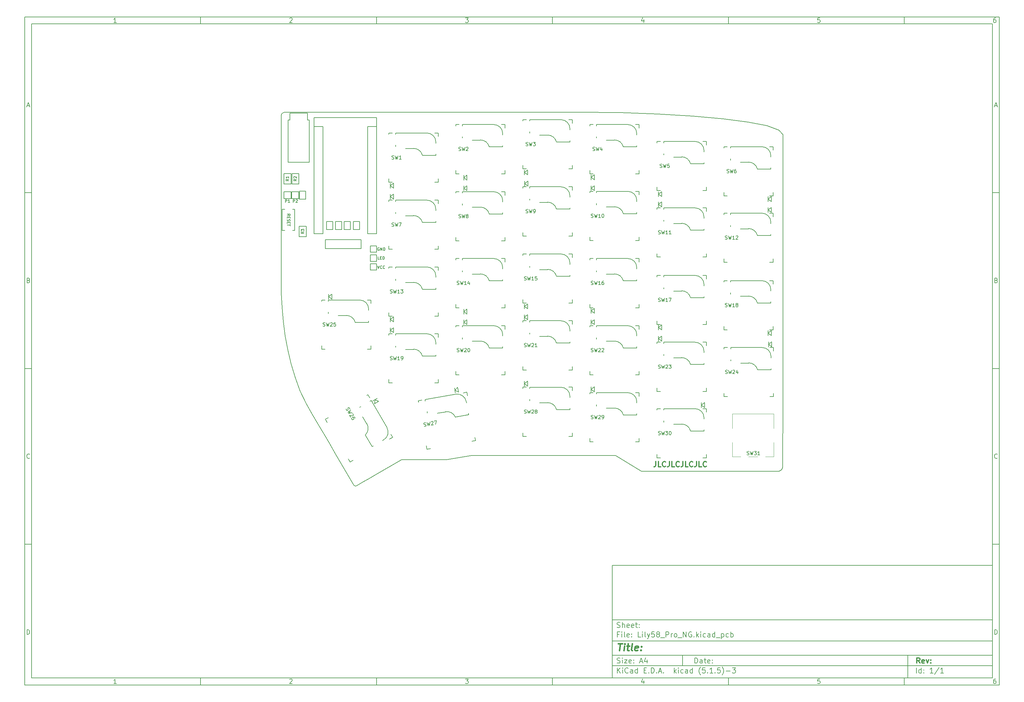
<source format=gto>
G04 #@! TF.GenerationSoftware,KiCad,Pcbnew,(5.1.5)-3*
G04 #@! TF.CreationDate,2020-05-16T22:18:44+04:00*
G04 #@! TF.ProjectId,Lily58_Pro_NG,4c696c79-3538-45f5-9072-6f5f4e472e6b,rev?*
G04 #@! TF.SameCoordinates,Original*
G04 #@! TF.FileFunction,Legend,Top*
G04 #@! TF.FilePolarity,Positive*
%FSLAX46Y46*%
G04 Gerber Fmt 4.6, Leading zero omitted, Abs format (unit mm)*
G04 Created by KiCad (PCBNEW (5.1.5)-3) date 2020-05-16 22:18:44*
%MOMM*%
%LPD*%
G04 APERTURE LIST*
%ADD10C,0.100000*%
%ADD11C,0.150000*%
%ADD12C,0.300000*%
%ADD13C,0.400000*%
%ADD14C,0.200000*%
%ADD15C,0.120000*%
G04 APERTURE END LIST*
D10*
D11*
X177002200Y-166007200D02*
X177002200Y-198007200D01*
X285002200Y-198007200D01*
X285002200Y-166007200D01*
X177002200Y-166007200D01*
D10*
D11*
X10000000Y-10000000D02*
X10000000Y-200007200D01*
X287002200Y-200007200D01*
X287002200Y-10000000D01*
X10000000Y-10000000D01*
D10*
D11*
X12000000Y-12000000D02*
X12000000Y-198007200D01*
X285002200Y-198007200D01*
X285002200Y-12000000D01*
X12000000Y-12000000D01*
D10*
D11*
X60000000Y-12000000D02*
X60000000Y-10000000D01*
D10*
D11*
X110000000Y-12000000D02*
X110000000Y-10000000D01*
D10*
D11*
X160000000Y-12000000D02*
X160000000Y-10000000D01*
D10*
D11*
X210000000Y-12000000D02*
X210000000Y-10000000D01*
D10*
D11*
X260000000Y-12000000D02*
X260000000Y-10000000D01*
D10*
D11*
X36065476Y-11588095D02*
X35322619Y-11588095D01*
X35694047Y-11588095D02*
X35694047Y-10288095D01*
X35570238Y-10473809D01*
X35446428Y-10597619D01*
X35322619Y-10659523D01*
D10*
D11*
X85322619Y-10411904D02*
X85384523Y-10350000D01*
X85508333Y-10288095D01*
X85817857Y-10288095D01*
X85941666Y-10350000D01*
X86003571Y-10411904D01*
X86065476Y-10535714D01*
X86065476Y-10659523D01*
X86003571Y-10845238D01*
X85260714Y-11588095D01*
X86065476Y-11588095D01*
D10*
D11*
X135260714Y-10288095D02*
X136065476Y-10288095D01*
X135632142Y-10783333D01*
X135817857Y-10783333D01*
X135941666Y-10845238D01*
X136003571Y-10907142D01*
X136065476Y-11030952D01*
X136065476Y-11340476D01*
X136003571Y-11464285D01*
X135941666Y-11526190D01*
X135817857Y-11588095D01*
X135446428Y-11588095D01*
X135322619Y-11526190D01*
X135260714Y-11464285D01*
D10*
D11*
X185941666Y-10721428D02*
X185941666Y-11588095D01*
X185632142Y-10226190D02*
X185322619Y-11154761D01*
X186127380Y-11154761D01*
D10*
D11*
X236003571Y-10288095D02*
X235384523Y-10288095D01*
X235322619Y-10907142D01*
X235384523Y-10845238D01*
X235508333Y-10783333D01*
X235817857Y-10783333D01*
X235941666Y-10845238D01*
X236003571Y-10907142D01*
X236065476Y-11030952D01*
X236065476Y-11340476D01*
X236003571Y-11464285D01*
X235941666Y-11526190D01*
X235817857Y-11588095D01*
X235508333Y-11588095D01*
X235384523Y-11526190D01*
X235322619Y-11464285D01*
D10*
D11*
X285941666Y-10288095D02*
X285694047Y-10288095D01*
X285570238Y-10350000D01*
X285508333Y-10411904D01*
X285384523Y-10597619D01*
X285322619Y-10845238D01*
X285322619Y-11340476D01*
X285384523Y-11464285D01*
X285446428Y-11526190D01*
X285570238Y-11588095D01*
X285817857Y-11588095D01*
X285941666Y-11526190D01*
X286003571Y-11464285D01*
X286065476Y-11340476D01*
X286065476Y-11030952D01*
X286003571Y-10907142D01*
X285941666Y-10845238D01*
X285817857Y-10783333D01*
X285570238Y-10783333D01*
X285446428Y-10845238D01*
X285384523Y-10907142D01*
X285322619Y-11030952D01*
D10*
D11*
X60000000Y-198007200D02*
X60000000Y-200007200D01*
D10*
D11*
X110000000Y-198007200D02*
X110000000Y-200007200D01*
D10*
D11*
X160000000Y-198007200D02*
X160000000Y-200007200D01*
D10*
D11*
X210000000Y-198007200D02*
X210000000Y-200007200D01*
D10*
D11*
X260000000Y-198007200D02*
X260000000Y-200007200D01*
D10*
D11*
X36065476Y-199595295D02*
X35322619Y-199595295D01*
X35694047Y-199595295D02*
X35694047Y-198295295D01*
X35570238Y-198481009D01*
X35446428Y-198604819D01*
X35322619Y-198666723D01*
D10*
D11*
X85322619Y-198419104D02*
X85384523Y-198357200D01*
X85508333Y-198295295D01*
X85817857Y-198295295D01*
X85941666Y-198357200D01*
X86003571Y-198419104D01*
X86065476Y-198542914D01*
X86065476Y-198666723D01*
X86003571Y-198852438D01*
X85260714Y-199595295D01*
X86065476Y-199595295D01*
D10*
D11*
X135260714Y-198295295D02*
X136065476Y-198295295D01*
X135632142Y-198790533D01*
X135817857Y-198790533D01*
X135941666Y-198852438D01*
X136003571Y-198914342D01*
X136065476Y-199038152D01*
X136065476Y-199347676D01*
X136003571Y-199471485D01*
X135941666Y-199533390D01*
X135817857Y-199595295D01*
X135446428Y-199595295D01*
X135322619Y-199533390D01*
X135260714Y-199471485D01*
D10*
D11*
X185941666Y-198728628D02*
X185941666Y-199595295D01*
X185632142Y-198233390D02*
X185322619Y-199161961D01*
X186127380Y-199161961D01*
D10*
D11*
X236003571Y-198295295D02*
X235384523Y-198295295D01*
X235322619Y-198914342D01*
X235384523Y-198852438D01*
X235508333Y-198790533D01*
X235817857Y-198790533D01*
X235941666Y-198852438D01*
X236003571Y-198914342D01*
X236065476Y-199038152D01*
X236065476Y-199347676D01*
X236003571Y-199471485D01*
X235941666Y-199533390D01*
X235817857Y-199595295D01*
X235508333Y-199595295D01*
X235384523Y-199533390D01*
X235322619Y-199471485D01*
D10*
D11*
X285941666Y-198295295D02*
X285694047Y-198295295D01*
X285570238Y-198357200D01*
X285508333Y-198419104D01*
X285384523Y-198604819D01*
X285322619Y-198852438D01*
X285322619Y-199347676D01*
X285384523Y-199471485D01*
X285446428Y-199533390D01*
X285570238Y-199595295D01*
X285817857Y-199595295D01*
X285941666Y-199533390D01*
X286003571Y-199471485D01*
X286065476Y-199347676D01*
X286065476Y-199038152D01*
X286003571Y-198914342D01*
X285941666Y-198852438D01*
X285817857Y-198790533D01*
X285570238Y-198790533D01*
X285446428Y-198852438D01*
X285384523Y-198914342D01*
X285322619Y-199038152D01*
D10*
D11*
X10000000Y-60000000D02*
X12000000Y-60000000D01*
D10*
D11*
X10000000Y-110000000D02*
X12000000Y-110000000D01*
D10*
D11*
X10000000Y-160000000D02*
X12000000Y-160000000D01*
D10*
D11*
X10690476Y-35216666D02*
X11309523Y-35216666D01*
X10566666Y-35588095D02*
X11000000Y-34288095D01*
X11433333Y-35588095D01*
D10*
D11*
X11092857Y-84907142D02*
X11278571Y-84969047D01*
X11340476Y-85030952D01*
X11402380Y-85154761D01*
X11402380Y-85340476D01*
X11340476Y-85464285D01*
X11278571Y-85526190D01*
X11154761Y-85588095D01*
X10659523Y-85588095D01*
X10659523Y-84288095D01*
X11092857Y-84288095D01*
X11216666Y-84350000D01*
X11278571Y-84411904D01*
X11340476Y-84535714D01*
X11340476Y-84659523D01*
X11278571Y-84783333D01*
X11216666Y-84845238D01*
X11092857Y-84907142D01*
X10659523Y-84907142D01*
D10*
D11*
X11402380Y-135464285D02*
X11340476Y-135526190D01*
X11154761Y-135588095D01*
X11030952Y-135588095D01*
X10845238Y-135526190D01*
X10721428Y-135402380D01*
X10659523Y-135278571D01*
X10597619Y-135030952D01*
X10597619Y-134845238D01*
X10659523Y-134597619D01*
X10721428Y-134473809D01*
X10845238Y-134350000D01*
X11030952Y-134288095D01*
X11154761Y-134288095D01*
X11340476Y-134350000D01*
X11402380Y-134411904D01*
D10*
D11*
X10659523Y-185588095D02*
X10659523Y-184288095D01*
X10969047Y-184288095D01*
X11154761Y-184350000D01*
X11278571Y-184473809D01*
X11340476Y-184597619D01*
X11402380Y-184845238D01*
X11402380Y-185030952D01*
X11340476Y-185278571D01*
X11278571Y-185402380D01*
X11154761Y-185526190D01*
X10969047Y-185588095D01*
X10659523Y-185588095D01*
D10*
D11*
X287002200Y-60000000D02*
X285002200Y-60000000D01*
D10*
D11*
X287002200Y-110000000D02*
X285002200Y-110000000D01*
D10*
D11*
X287002200Y-160000000D02*
X285002200Y-160000000D01*
D10*
D11*
X285692676Y-35216666D02*
X286311723Y-35216666D01*
X285568866Y-35588095D02*
X286002200Y-34288095D01*
X286435533Y-35588095D01*
D10*
D11*
X286095057Y-84907142D02*
X286280771Y-84969047D01*
X286342676Y-85030952D01*
X286404580Y-85154761D01*
X286404580Y-85340476D01*
X286342676Y-85464285D01*
X286280771Y-85526190D01*
X286156961Y-85588095D01*
X285661723Y-85588095D01*
X285661723Y-84288095D01*
X286095057Y-84288095D01*
X286218866Y-84350000D01*
X286280771Y-84411904D01*
X286342676Y-84535714D01*
X286342676Y-84659523D01*
X286280771Y-84783333D01*
X286218866Y-84845238D01*
X286095057Y-84907142D01*
X285661723Y-84907142D01*
D10*
D11*
X286404580Y-135464285D02*
X286342676Y-135526190D01*
X286156961Y-135588095D01*
X286033152Y-135588095D01*
X285847438Y-135526190D01*
X285723628Y-135402380D01*
X285661723Y-135278571D01*
X285599819Y-135030952D01*
X285599819Y-134845238D01*
X285661723Y-134597619D01*
X285723628Y-134473809D01*
X285847438Y-134350000D01*
X286033152Y-134288095D01*
X286156961Y-134288095D01*
X286342676Y-134350000D01*
X286404580Y-134411904D01*
D10*
D11*
X285661723Y-185588095D02*
X285661723Y-184288095D01*
X285971247Y-184288095D01*
X286156961Y-184350000D01*
X286280771Y-184473809D01*
X286342676Y-184597619D01*
X286404580Y-184845238D01*
X286404580Y-185030952D01*
X286342676Y-185278571D01*
X286280771Y-185402380D01*
X286156961Y-185526190D01*
X285971247Y-185588095D01*
X285661723Y-185588095D01*
D10*
D11*
X200434342Y-193785771D02*
X200434342Y-192285771D01*
X200791485Y-192285771D01*
X201005771Y-192357200D01*
X201148628Y-192500057D01*
X201220057Y-192642914D01*
X201291485Y-192928628D01*
X201291485Y-193142914D01*
X201220057Y-193428628D01*
X201148628Y-193571485D01*
X201005771Y-193714342D01*
X200791485Y-193785771D01*
X200434342Y-193785771D01*
X202577200Y-193785771D02*
X202577200Y-193000057D01*
X202505771Y-192857200D01*
X202362914Y-192785771D01*
X202077200Y-192785771D01*
X201934342Y-192857200D01*
X202577200Y-193714342D02*
X202434342Y-193785771D01*
X202077200Y-193785771D01*
X201934342Y-193714342D01*
X201862914Y-193571485D01*
X201862914Y-193428628D01*
X201934342Y-193285771D01*
X202077200Y-193214342D01*
X202434342Y-193214342D01*
X202577200Y-193142914D01*
X203077200Y-192785771D02*
X203648628Y-192785771D01*
X203291485Y-192285771D02*
X203291485Y-193571485D01*
X203362914Y-193714342D01*
X203505771Y-193785771D01*
X203648628Y-193785771D01*
X204720057Y-193714342D02*
X204577200Y-193785771D01*
X204291485Y-193785771D01*
X204148628Y-193714342D01*
X204077200Y-193571485D01*
X204077200Y-193000057D01*
X204148628Y-192857200D01*
X204291485Y-192785771D01*
X204577200Y-192785771D01*
X204720057Y-192857200D01*
X204791485Y-193000057D01*
X204791485Y-193142914D01*
X204077200Y-193285771D01*
X205434342Y-193642914D02*
X205505771Y-193714342D01*
X205434342Y-193785771D01*
X205362914Y-193714342D01*
X205434342Y-193642914D01*
X205434342Y-193785771D01*
X205434342Y-192857200D02*
X205505771Y-192928628D01*
X205434342Y-193000057D01*
X205362914Y-192928628D01*
X205434342Y-192857200D01*
X205434342Y-193000057D01*
D10*
D11*
X177002200Y-194507200D02*
X285002200Y-194507200D01*
D10*
D11*
X178434342Y-196585771D02*
X178434342Y-195085771D01*
X179291485Y-196585771D02*
X178648628Y-195728628D01*
X179291485Y-195085771D02*
X178434342Y-195942914D01*
X179934342Y-196585771D02*
X179934342Y-195585771D01*
X179934342Y-195085771D02*
X179862914Y-195157200D01*
X179934342Y-195228628D01*
X180005771Y-195157200D01*
X179934342Y-195085771D01*
X179934342Y-195228628D01*
X181505771Y-196442914D02*
X181434342Y-196514342D01*
X181220057Y-196585771D01*
X181077200Y-196585771D01*
X180862914Y-196514342D01*
X180720057Y-196371485D01*
X180648628Y-196228628D01*
X180577200Y-195942914D01*
X180577200Y-195728628D01*
X180648628Y-195442914D01*
X180720057Y-195300057D01*
X180862914Y-195157200D01*
X181077200Y-195085771D01*
X181220057Y-195085771D01*
X181434342Y-195157200D01*
X181505771Y-195228628D01*
X182791485Y-196585771D02*
X182791485Y-195800057D01*
X182720057Y-195657200D01*
X182577200Y-195585771D01*
X182291485Y-195585771D01*
X182148628Y-195657200D01*
X182791485Y-196514342D02*
X182648628Y-196585771D01*
X182291485Y-196585771D01*
X182148628Y-196514342D01*
X182077200Y-196371485D01*
X182077200Y-196228628D01*
X182148628Y-196085771D01*
X182291485Y-196014342D01*
X182648628Y-196014342D01*
X182791485Y-195942914D01*
X184148628Y-196585771D02*
X184148628Y-195085771D01*
X184148628Y-196514342D02*
X184005771Y-196585771D01*
X183720057Y-196585771D01*
X183577200Y-196514342D01*
X183505771Y-196442914D01*
X183434342Y-196300057D01*
X183434342Y-195871485D01*
X183505771Y-195728628D01*
X183577200Y-195657200D01*
X183720057Y-195585771D01*
X184005771Y-195585771D01*
X184148628Y-195657200D01*
X186005771Y-195800057D02*
X186505771Y-195800057D01*
X186720057Y-196585771D02*
X186005771Y-196585771D01*
X186005771Y-195085771D01*
X186720057Y-195085771D01*
X187362914Y-196442914D02*
X187434342Y-196514342D01*
X187362914Y-196585771D01*
X187291485Y-196514342D01*
X187362914Y-196442914D01*
X187362914Y-196585771D01*
X188077200Y-196585771D02*
X188077200Y-195085771D01*
X188434342Y-195085771D01*
X188648628Y-195157200D01*
X188791485Y-195300057D01*
X188862914Y-195442914D01*
X188934342Y-195728628D01*
X188934342Y-195942914D01*
X188862914Y-196228628D01*
X188791485Y-196371485D01*
X188648628Y-196514342D01*
X188434342Y-196585771D01*
X188077200Y-196585771D01*
X189577200Y-196442914D02*
X189648628Y-196514342D01*
X189577200Y-196585771D01*
X189505771Y-196514342D01*
X189577200Y-196442914D01*
X189577200Y-196585771D01*
X190220057Y-196157200D02*
X190934342Y-196157200D01*
X190077200Y-196585771D02*
X190577200Y-195085771D01*
X191077200Y-196585771D01*
X191577200Y-196442914D02*
X191648628Y-196514342D01*
X191577200Y-196585771D01*
X191505771Y-196514342D01*
X191577200Y-196442914D01*
X191577200Y-196585771D01*
X194577200Y-196585771D02*
X194577200Y-195085771D01*
X194720057Y-196014342D02*
X195148628Y-196585771D01*
X195148628Y-195585771D02*
X194577200Y-196157200D01*
X195791485Y-196585771D02*
X195791485Y-195585771D01*
X195791485Y-195085771D02*
X195720057Y-195157200D01*
X195791485Y-195228628D01*
X195862914Y-195157200D01*
X195791485Y-195085771D01*
X195791485Y-195228628D01*
X197148628Y-196514342D02*
X197005771Y-196585771D01*
X196720057Y-196585771D01*
X196577200Y-196514342D01*
X196505771Y-196442914D01*
X196434342Y-196300057D01*
X196434342Y-195871485D01*
X196505771Y-195728628D01*
X196577200Y-195657200D01*
X196720057Y-195585771D01*
X197005771Y-195585771D01*
X197148628Y-195657200D01*
X198434342Y-196585771D02*
X198434342Y-195800057D01*
X198362914Y-195657200D01*
X198220057Y-195585771D01*
X197934342Y-195585771D01*
X197791485Y-195657200D01*
X198434342Y-196514342D02*
X198291485Y-196585771D01*
X197934342Y-196585771D01*
X197791485Y-196514342D01*
X197720057Y-196371485D01*
X197720057Y-196228628D01*
X197791485Y-196085771D01*
X197934342Y-196014342D01*
X198291485Y-196014342D01*
X198434342Y-195942914D01*
X199791485Y-196585771D02*
X199791485Y-195085771D01*
X199791485Y-196514342D02*
X199648628Y-196585771D01*
X199362914Y-196585771D01*
X199220057Y-196514342D01*
X199148628Y-196442914D01*
X199077200Y-196300057D01*
X199077200Y-195871485D01*
X199148628Y-195728628D01*
X199220057Y-195657200D01*
X199362914Y-195585771D01*
X199648628Y-195585771D01*
X199791485Y-195657200D01*
X202077200Y-197157200D02*
X202005771Y-197085771D01*
X201862914Y-196871485D01*
X201791485Y-196728628D01*
X201720057Y-196514342D01*
X201648628Y-196157200D01*
X201648628Y-195871485D01*
X201720057Y-195514342D01*
X201791485Y-195300057D01*
X201862914Y-195157200D01*
X202005771Y-194942914D01*
X202077200Y-194871485D01*
X203362914Y-195085771D02*
X202648628Y-195085771D01*
X202577200Y-195800057D01*
X202648628Y-195728628D01*
X202791485Y-195657200D01*
X203148628Y-195657200D01*
X203291485Y-195728628D01*
X203362914Y-195800057D01*
X203434342Y-195942914D01*
X203434342Y-196300057D01*
X203362914Y-196442914D01*
X203291485Y-196514342D01*
X203148628Y-196585771D01*
X202791485Y-196585771D01*
X202648628Y-196514342D01*
X202577200Y-196442914D01*
X204077200Y-196442914D02*
X204148628Y-196514342D01*
X204077200Y-196585771D01*
X204005771Y-196514342D01*
X204077200Y-196442914D01*
X204077200Y-196585771D01*
X205577200Y-196585771D02*
X204720057Y-196585771D01*
X205148628Y-196585771D02*
X205148628Y-195085771D01*
X205005771Y-195300057D01*
X204862914Y-195442914D01*
X204720057Y-195514342D01*
X206220057Y-196442914D02*
X206291485Y-196514342D01*
X206220057Y-196585771D01*
X206148628Y-196514342D01*
X206220057Y-196442914D01*
X206220057Y-196585771D01*
X207648628Y-195085771D02*
X206934342Y-195085771D01*
X206862914Y-195800057D01*
X206934342Y-195728628D01*
X207077200Y-195657200D01*
X207434342Y-195657200D01*
X207577200Y-195728628D01*
X207648628Y-195800057D01*
X207720057Y-195942914D01*
X207720057Y-196300057D01*
X207648628Y-196442914D01*
X207577200Y-196514342D01*
X207434342Y-196585771D01*
X207077200Y-196585771D01*
X206934342Y-196514342D01*
X206862914Y-196442914D01*
X208220057Y-197157200D02*
X208291485Y-197085771D01*
X208434342Y-196871485D01*
X208505771Y-196728628D01*
X208577200Y-196514342D01*
X208648628Y-196157200D01*
X208648628Y-195871485D01*
X208577200Y-195514342D01*
X208505771Y-195300057D01*
X208434342Y-195157200D01*
X208291485Y-194942914D01*
X208220057Y-194871485D01*
X209362914Y-196014342D02*
X210505771Y-196014342D01*
X211077200Y-195085771D02*
X212005771Y-195085771D01*
X211505771Y-195657200D01*
X211720057Y-195657200D01*
X211862914Y-195728628D01*
X211934342Y-195800057D01*
X212005771Y-195942914D01*
X212005771Y-196300057D01*
X211934342Y-196442914D01*
X211862914Y-196514342D01*
X211720057Y-196585771D01*
X211291485Y-196585771D01*
X211148628Y-196514342D01*
X211077200Y-196442914D01*
D10*
D11*
X177002200Y-191507200D02*
X285002200Y-191507200D01*
D10*
D12*
X264411485Y-193785771D02*
X263911485Y-193071485D01*
X263554342Y-193785771D02*
X263554342Y-192285771D01*
X264125771Y-192285771D01*
X264268628Y-192357200D01*
X264340057Y-192428628D01*
X264411485Y-192571485D01*
X264411485Y-192785771D01*
X264340057Y-192928628D01*
X264268628Y-193000057D01*
X264125771Y-193071485D01*
X263554342Y-193071485D01*
X265625771Y-193714342D02*
X265482914Y-193785771D01*
X265197200Y-193785771D01*
X265054342Y-193714342D01*
X264982914Y-193571485D01*
X264982914Y-193000057D01*
X265054342Y-192857200D01*
X265197200Y-192785771D01*
X265482914Y-192785771D01*
X265625771Y-192857200D01*
X265697200Y-193000057D01*
X265697200Y-193142914D01*
X264982914Y-193285771D01*
X266197200Y-192785771D02*
X266554342Y-193785771D01*
X266911485Y-192785771D01*
X267482914Y-193642914D02*
X267554342Y-193714342D01*
X267482914Y-193785771D01*
X267411485Y-193714342D01*
X267482914Y-193642914D01*
X267482914Y-193785771D01*
X267482914Y-192857200D02*
X267554342Y-192928628D01*
X267482914Y-193000057D01*
X267411485Y-192928628D01*
X267482914Y-192857200D01*
X267482914Y-193000057D01*
D10*
D11*
X178362914Y-193714342D02*
X178577200Y-193785771D01*
X178934342Y-193785771D01*
X179077200Y-193714342D01*
X179148628Y-193642914D01*
X179220057Y-193500057D01*
X179220057Y-193357200D01*
X179148628Y-193214342D01*
X179077200Y-193142914D01*
X178934342Y-193071485D01*
X178648628Y-193000057D01*
X178505771Y-192928628D01*
X178434342Y-192857200D01*
X178362914Y-192714342D01*
X178362914Y-192571485D01*
X178434342Y-192428628D01*
X178505771Y-192357200D01*
X178648628Y-192285771D01*
X179005771Y-192285771D01*
X179220057Y-192357200D01*
X179862914Y-193785771D02*
X179862914Y-192785771D01*
X179862914Y-192285771D02*
X179791485Y-192357200D01*
X179862914Y-192428628D01*
X179934342Y-192357200D01*
X179862914Y-192285771D01*
X179862914Y-192428628D01*
X180434342Y-192785771D02*
X181220057Y-192785771D01*
X180434342Y-193785771D01*
X181220057Y-193785771D01*
X182362914Y-193714342D02*
X182220057Y-193785771D01*
X181934342Y-193785771D01*
X181791485Y-193714342D01*
X181720057Y-193571485D01*
X181720057Y-193000057D01*
X181791485Y-192857200D01*
X181934342Y-192785771D01*
X182220057Y-192785771D01*
X182362914Y-192857200D01*
X182434342Y-193000057D01*
X182434342Y-193142914D01*
X181720057Y-193285771D01*
X183077200Y-193642914D02*
X183148628Y-193714342D01*
X183077200Y-193785771D01*
X183005771Y-193714342D01*
X183077200Y-193642914D01*
X183077200Y-193785771D01*
X183077200Y-192857200D02*
X183148628Y-192928628D01*
X183077200Y-193000057D01*
X183005771Y-192928628D01*
X183077200Y-192857200D01*
X183077200Y-193000057D01*
X184862914Y-193357200D02*
X185577200Y-193357200D01*
X184720057Y-193785771D02*
X185220057Y-192285771D01*
X185720057Y-193785771D01*
X186862914Y-192785771D02*
X186862914Y-193785771D01*
X186505771Y-192214342D02*
X186148628Y-193285771D01*
X187077200Y-193285771D01*
D10*
D11*
X263434342Y-196585771D02*
X263434342Y-195085771D01*
X264791485Y-196585771D02*
X264791485Y-195085771D01*
X264791485Y-196514342D02*
X264648628Y-196585771D01*
X264362914Y-196585771D01*
X264220057Y-196514342D01*
X264148628Y-196442914D01*
X264077200Y-196300057D01*
X264077200Y-195871485D01*
X264148628Y-195728628D01*
X264220057Y-195657200D01*
X264362914Y-195585771D01*
X264648628Y-195585771D01*
X264791485Y-195657200D01*
X265505771Y-196442914D02*
X265577200Y-196514342D01*
X265505771Y-196585771D01*
X265434342Y-196514342D01*
X265505771Y-196442914D01*
X265505771Y-196585771D01*
X265505771Y-195657200D02*
X265577200Y-195728628D01*
X265505771Y-195800057D01*
X265434342Y-195728628D01*
X265505771Y-195657200D01*
X265505771Y-195800057D01*
X268148628Y-196585771D02*
X267291485Y-196585771D01*
X267720057Y-196585771D02*
X267720057Y-195085771D01*
X267577200Y-195300057D01*
X267434342Y-195442914D01*
X267291485Y-195514342D01*
X269862914Y-195014342D02*
X268577200Y-196942914D01*
X271148628Y-196585771D02*
X270291485Y-196585771D01*
X270720057Y-196585771D02*
X270720057Y-195085771D01*
X270577200Y-195300057D01*
X270434342Y-195442914D01*
X270291485Y-195514342D01*
D10*
D11*
X177002200Y-187507200D02*
X285002200Y-187507200D01*
D10*
D13*
X178714580Y-188211961D02*
X179857438Y-188211961D01*
X179036009Y-190211961D02*
X179286009Y-188211961D01*
X180274104Y-190211961D02*
X180440771Y-188878628D01*
X180524104Y-188211961D02*
X180416961Y-188307200D01*
X180500295Y-188402438D01*
X180607438Y-188307200D01*
X180524104Y-188211961D01*
X180500295Y-188402438D01*
X181107438Y-188878628D02*
X181869342Y-188878628D01*
X181476485Y-188211961D02*
X181262200Y-189926247D01*
X181333628Y-190116723D01*
X181512200Y-190211961D01*
X181702676Y-190211961D01*
X182655057Y-190211961D02*
X182476485Y-190116723D01*
X182405057Y-189926247D01*
X182619342Y-188211961D01*
X184190771Y-190116723D02*
X183988390Y-190211961D01*
X183607438Y-190211961D01*
X183428866Y-190116723D01*
X183357438Y-189926247D01*
X183452676Y-189164342D01*
X183571723Y-188973866D01*
X183774104Y-188878628D01*
X184155057Y-188878628D01*
X184333628Y-188973866D01*
X184405057Y-189164342D01*
X184381247Y-189354819D01*
X183405057Y-189545295D01*
X185155057Y-190021485D02*
X185238390Y-190116723D01*
X185131247Y-190211961D01*
X185047914Y-190116723D01*
X185155057Y-190021485D01*
X185131247Y-190211961D01*
X185286009Y-188973866D02*
X185369342Y-189069104D01*
X185262200Y-189164342D01*
X185178866Y-189069104D01*
X185286009Y-188973866D01*
X185262200Y-189164342D01*
D10*
D11*
X178934342Y-185600057D02*
X178434342Y-185600057D01*
X178434342Y-186385771D02*
X178434342Y-184885771D01*
X179148628Y-184885771D01*
X179720057Y-186385771D02*
X179720057Y-185385771D01*
X179720057Y-184885771D02*
X179648628Y-184957200D01*
X179720057Y-185028628D01*
X179791485Y-184957200D01*
X179720057Y-184885771D01*
X179720057Y-185028628D01*
X180648628Y-186385771D02*
X180505771Y-186314342D01*
X180434342Y-186171485D01*
X180434342Y-184885771D01*
X181791485Y-186314342D02*
X181648628Y-186385771D01*
X181362914Y-186385771D01*
X181220057Y-186314342D01*
X181148628Y-186171485D01*
X181148628Y-185600057D01*
X181220057Y-185457200D01*
X181362914Y-185385771D01*
X181648628Y-185385771D01*
X181791485Y-185457200D01*
X181862914Y-185600057D01*
X181862914Y-185742914D01*
X181148628Y-185885771D01*
X182505771Y-186242914D02*
X182577200Y-186314342D01*
X182505771Y-186385771D01*
X182434342Y-186314342D01*
X182505771Y-186242914D01*
X182505771Y-186385771D01*
X182505771Y-185457200D02*
X182577200Y-185528628D01*
X182505771Y-185600057D01*
X182434342Y-185528628D01*
X182505771Y-185457200D01*
X182505771Y-185600057D01*
X185077200Y-186385771D02*
X184362914Y-186385771D01*
X184362914Y-184885771D01*
X185577200Y-186385771D02*
X185577200Y-185385771D01*
X185577200Y-184885771D02*
X185505771Y-184957200D01*
X185577200Y-185028628D01*
X185648628Y-184957200D01*
X185577200Y-184885771D01*
X185577200Y-185028628D01*
X186505771Y-186385771D02*
X186362914Y-186314342D01*
X186291485Y-186171485D01*
X186291485Y-184885771D01*
X186934342Y-185385771D02*
X187291485Y-186385771D01*
X187648628Y-185385771D02*
X187291485Y-186385771D01*
X187148628Y-186742914D01*
X187077200Y-186814342D01*
X186934342Y-186885771D01*
X188934342Y-184885771D02*
X188220057Y-184885771D01*
X188148628Y-185600057D01*
X188220057Y-185528628D01*
X188362914Y-185457200D01*
X188720057Y-185457200D01*
X188862914Y-185528628D01*
X188934342Y-185600057D01*
X189005771Y-185742914D01*
X189005771Y-186100057D01*
X188934342Y-186242914D01*
X188862914Y-186314342D01*
X188720057Y-186385771D01*
X188362914Y-186385771D01*
X188220057Y-186314342D01*
X188148628Y-186242914D01*
X189862914Y-185528628D02*
X189720057Y-185457200D01*
X189648628Y-185385771D01*
X189577200Y-185242914D01*
X189577200Y-185171485D01*
X189648628Y-185028628D01*
X189720057Y-184957200D01*
X189862914Y-184885771D01*
X190148628Y-184885771D01*
X190291485Y-184957200D01*
X190362914Y-185028628D01*
X190434342Y-185171485D01*
X190434342Y-185242914D01*
X190362914Y-185385771D01*
X190291485Y-185457200D01*
X190148628Y-185528628D01*
X189862914Y-185528628D01*
X189720057Y-185600057D01*
X189648628Y-185671485D01*
X189577200Y-185814342D01*
X189577200Y-186100057D01*
X189648628Y-186242914D01*
X189720057Y-186314342D01*
X189862914Y-186385771D01*
X190148628Y-186385771D01*
X190291485Y-186314342D01*
X190362914Y-186242914D01*
X190434342Y-186100057D01*
X190434342Y-185814342D01*
X190362914Y-185671485D01*
X190291485Y-185600057D01*
X190148628Y-185528628D01*
X190720057Y-186528628D02*
X191862914Y-186528628D01*
X192220057Y-186385771D02*
X192220057Y-184885771D01*
X192791485Y-184885771D01*
X192934342Y-184957200D01*
X193005771Y-185028628D01*
X193077200Y-185171485D01*
X193077200Y-185385771D01*
X193005771Y-185528628D01*
X192934342Y-185600057D01*
X192791485Y-185671485D01*
X192220057Y-185671485D01*
X193720057Y-186385771D02*
X193720057Y-185385771D01*
X193720057Y-185671485D02*
X193791485Y-185528628D01*
X193862914Y-185457200D01*
X194005771Y-185385771D01*
X194148628Y-185385771D01*
X194862914Y-186385771D02*
X194720057Y-186314342D01*
X194648628Y-186242914D01*
X194577200Y-186100057D01*
X194577200Y-185671485D01*
X194648628Y-185528628D01*
X194720057Y-185457200D01*
X194862914Y-185385771D01*
X195077200Y-185385771D01*
X195220057Y-185457200D01*
X195291485Y-185528628D01*
X195362914Y-185671485D01*
X195362914Y-186100057D01*
X195291485Y-186242914D01*
X195220057Y-186314342D01*
X195077200Y-186385771D01*
X194862914Y-186385771D01*
X195648628Y-186528628D02*
X196791485Y-186528628D01*
X197148628Y-186385771D02*
X197148628Y-184885771D01*
X198005771Y-186385771D01*
X198005771Y-184885771D01*
X199505771Y-184957200D02*
X199362914Y-184885771D01*
X199148628Y-184885771D01*
X198934342Y-184957200D01*
X198791485Y-185100057D01*
X198720057Y-185242914D01*
X198648628Y-185528628D01*
X198648628Y-185742914D01*
X198720057Y-186028628D01*
X198791485Y-186171485D01*
X198934342Y-186314342D01*
X199148628Y-186385771D01*
X199291485Y-186385771D01*
X199505771Y-186314342D01*
X199577200Y-186242914D01*
X199577200Y-185742914D01*
X199291485Y-185742914D01*
X200220057Y-186242914D02*
X200291485Y-186314342D01*
X200220057Y-186385771D01*
X200148628Y-186314342D01*
X200220057Y-186242914D01*
X200220057Y-186385771D01*
X200934342Y-186385771D02*
X200934342Y-184885771D01*
X201077200Y-185814342D02*
X201505771Y-186385771D01*
X201505771Y-185385771D02*
X200934342Y-185957200D01*
X202148628Y-186385771D02*
X202148628Y-185385771D01*
X202148628Y-184885771D02*
X202077200Y-184957200D01*
X202148628Y-185028628D01*
X202220057Y-184957200D01*
X202148628Y-184885771D01*
X202148628Y-185028628D01*
X203505771Y-186314342D02*
X203362914Y-186385771D01*
X203077200Y-186385771D01*
X202934342Y-186314342D01*
X202862914Y-186242914D01*
X202791485Y-186100057D01*
X202791485Y-185671485D01*
X202862914Y-185528628D01*
X202934342Y-185457200D01*
X203077200Y-185385771D01*
X203362914Y-185385771D01*
X203505771Y-185457200D01*
X204791485Y-186385771D02*
X204791485Y-185600057D01*
X204720057Y-185457200D01*
X204577200Y-185385771D01*
X204291485Y-185385771D01*
X204148628Y-185457200D01*
X204791485Y-186314342D02*
X204648628Y-186385771D01*
X204291485Y-186385771D01*
X204148628Y-186314342D01*
X204077200Y-186171485D01*
X204077200Y-186028628D01*
X204148628Y-185885771D01*
X204291485Y-185814342D01*
X204648628Y-185814342D01*
X204791485Y-185742914D01*
X206148628Y-186385771D02*
X206148628Y-184885771D01*
X206148628Y-186314342D02*
X206005771Y-186385771D01*
X205720057Y-186385771D01*
X205577200Y-186314342D01*
X205505771Y-186242914D01*
X205434342Y-186100057D01*
X205434342Y-185671485D01*
X205505771Y-185528628D01*
X205577200Y-185457200D01*
X205720057Y-185385771D01*
X206005771Y-185385771D01*
X206148628Y-185457200D01*
X206505771Y-186528628D02*
X207648628Y-186528628D01*
X208005771Y-185385771D02*
X208005771Y-186885771D01*
X208005771Y-185457200D02*
X208148628Y-185385771D01*
X208434342Y-185385771D01*
X208577200Y-185457200D01*
X208648628Y-185528628D01*
X208720057Y-185671485D01*
X208720057Y-186100057D01*
X208648628Y-186242914D01*
X208577200Y-186314342D01*
X208434342Y-186385771D01*
X208148628Y-186385771D01*
X208005771Y-186314342D01*
X210005771Y-186314342D02*
X209862914Y-186385771D01*
X209577200Y-186385771D01*
X209434342Y-186314342D01*
X209362914Y-186242914D01*
X209291485Y-186100057D01*
X209291485Y-185671485D01*
X209362914Y-185528628D01*
X209434342Y-185457200D01*
X209577200Y-185385771D01*
X209862914Y-185385771D01*
X210005771Y-185457200D01*
X210648628Y-186385771D02*
X210648628Y-184885771D01*
X210648628Y-185457200D02*
X210791485Y-185385771D01*
X211077200Y-185385771D01*
X211220057Y-185457200D01*
X211291485Y-185528628D01*
X211362914Y-185671485D01*
X211362914Y-186100057D01*
X211291485Y-186242914D01*
X211220057Y-186314342D01*
X211077200Y-186385771D01*
X210791485Y-186385771D01*
X210648628Y-186314342D01*
D10*
D11*
X177002200Y-181507200D02*
X285002200Y-181507200D01*
D10*
D11*
X178362914Y-183614342D02*
X178577200Y-183685771D01*
X178934342Y-183685771D01*
X179077200Y-183614342D01*
X179148628Y-183542914D01*
X179220057Y-183400057D01*
X179220057Y-183257200D01*
X179148628Y-183114342D01*
X179077200Y-183042914D01*
X178934342Y-182971485D01*
X178648628Y-182900057D01*
X178505771Y-182828628D01*
X178434342Y-182757200D01*
X178362914Y-182614342D01*
X178362914Y-182471485D01*
X178434342Y-182328628D01*
X178505771Y-182257200D01*
X178648628Y-182185771D01*
X179005771Y-182185771D01*
X179220057Y-182257200D01*
X179862914Y-183685771D02*
X179862914Y-182185771D01*
X180505771Y-183685771D02*
X180505771Y-182900057D01*
X180434342Y-182757200D01*
X180291485Y-182685771D01*
X180077200Y-182685771D01*
X179934342Y-182757200D01*
X179862914Y-182828628D01*
X181791485Y-183614342D02*
X181648628Y-183685771D01*
X181362914Y-183685771D01*
X181220057Y-183614342D01*
X181148628Y-183471485D01*
X181148628Y-182900057D01*
X181220057Y-182757200D01*
X181362914Y-182685771D01*
X181648628Y-182685771D01*
X181791485Y-182757200D01*
X181862914Y-182900057D01*
X181862914Y-183042914D01*
X181148628Y-183185771D01*
X183077200Y-183614342D02*
X182934342Y-183685771D01*
X182648628Y-183685771D01*
X182505771Y-183614342D01*
X182434342Y-183471485D01*
X182434342Y-182900057D01*
X182505771Y-182757200D01*
X182648628Y-182685771D01*
X182934342Y-182685771D01*
X183077200Y-182757200D01*
X183148628Y-182900057D01*
X183148628Y-183042914D01*
X182434342Y-183185771D01*
X183577200Y-182685771D02*
X184148628Y-182685771D01*
X183791485Y-182185771D02*
X183791485Y-183471485D01*
X183862914Y-183614342D01*
X184005771Y-183685771D01*
X184148628Y-183685771D01*
X184648628Y-183542914D02*
X184720057Y-183614342D01*
X184648628Y-183685771D01*
X184577200Y-183614342D01*
X184648628Y-183542914D01*
X184648628Y-183685771D01*
X184648628Y-182757200D02*
X184720057Y-182828628D01*
X184648628Y-182900057D01*
X184577200Y-182828628D01*
X184648628Y-182757200D01*
X184648628Y-182900057D01*
D10*
D11*
X197002200Y-191507200D02*
X197002200Y-194507200D01*
D10*
D11*
X261002200Y-191507200D02*
X261002200Y-198007200D01*
D14*
X225459999Y-119289735D02*
X225450000Y-137750000D01*
X204850000Y-139200000D02*
X224277496Y-139194553D01*
X225357217Y-138309152D02*
X225219001Y-138563961D01*
X224559152Y-139107218D02*
X224277496Y-139194553D01*
X224813960Y-138969002D02*
X224559152Y-139107218D01*
X225035913Y-138785913D02*
X224813960Y-138969002D01*
X225444553Y-138027496D02*
X225357217Y-138309152D01*
X225219001Y-138563961D02*
X225035913Y-138785913D01*
X225450000Y-137750000D02*
X225444553Y-138027496D01*
X117150000Y-135900000D02*
X129900000Y-135900000D01*
X129900000Y-135900000D02*
X137050000Y-134700000D01*
X177900000Y-134700000D02*
X185300000Y-139200000D01*
X137050000Y-134700000D02*
X177900000Y-134700000D01*
X113445528Y-138036218D02*
X117150000Y-135900000D01*
X110094139Y-139976496D02*
X113445528Y-138036218D01*
X185300000Y-139200000D02*
X204850000Y-139200000D01*
X106132452Y-142301617D02*
X107808147Y-141331479D01*
D12*
X189371428Y-136428571D02*
X189371428Y-137500000D01*
X189300000Y-137714285D01*
X189157142Y-137857142D01*
X188942857Y-137928571D01*
X188800000Y-137928571D01*
X190800000Y-137928571D02*
X190085714Y-137928571D01*
X190085714Y-136428571D01*
X192157142Y-137785714D02*
X192085714Y-137857142D01*
X191871428Y-137928571D01*
X191728571Y-137928571D01*
X191514285Y-137857142D01*
X191371428Y-137714285D01*
X191300000Y-137571428D01*
X191228571Y-137285714D01*
X191228571Y-137071428D01*
X191300000Y-136785714D01*
X191371428Y-136642857D01*
X191514285Y-136500000D01*
X191728571Y-136428571D01*
X191871428Y-136428571D01*
X192085714Y-136500000D01*
X192157142Y-136571428D01*
X193228571Y-136428571D02*
X193228571Y-137500000D01*
X193157142Y-137714285D01*
X193014285Y-137857142D01*
X192800000Y-137928571D01*
X192657142Y-137928571D01*
X194657142Y-137928571D02*
X193942857Y-137928571D01*
X193942857Y-136428571D01*
X196014285Y-137785714D02*
X195942857Y-137857142D01*
X195728571Y-137928571D01*
X195585714Y-137928571D01*
X195371428Y-137857142D01*
X195228571Y-137714285D01*
X195157142Y-137571428D01*
X195085714Y-137285714D01*
X195085714Y-137071428D01*
X195157142Y-136785714D01*
X195228571Y-136642857D01*
X195371428Y-136500000D01*
X195585714Y-136428571D01*
X195728571Y-136428571D01*
X195942857Y-136500000D01*
X196014285Y-136571428D01*
X197085714Y-136428571D02*
X197085714Y-137500000D01*
X197014285Y-137714285D01*
X196871428Y-137857142D01*
X196657142Y-137928571D01*
X196514285Y-137928571D01*
X198514285Y-137928571D02*
X197800000Y-137928571D01*
X197800000Y-136428571D01*
X199871428Y-137785714D02*
X199800000Y-137857142D01*
X199585714Y-137928571D01*
X199442857Y-137928571D01*
X199228571Y-137857142D01*
X199085714Y-137714285D01*
X199014285Y-137571428D01*
X198942857Y-137285714D01*
X198942857Y-137071428D01*
X199014285Y-136785714D01*
X199085714Y-136642857D01*
X199228571Y-136500000D01*
X199442857Y-136428571D01*
X199585714Y-136428571D01*
X199800000Y-136500000D01*
X199871428Y-136571428D01*
X200942857Y-136428571D02*
X200942857Y-137500000D01*
X200871428Y-137714285D01*
X200728571Y-137857142D01*
X200514285Y-137928571D01*
X200371428Y-137928571D01*
X202371428Y-137928571D02*
X201657142Y-137928571D01*
X201657142Y-136428571D01*
X203728571Y-137785714D02*
X203657142Y-137857142D01*
X203442857Y-137928571D01*
X203300000Y-137928571D01*
X203085714Y-137857142D01*
X202942857Y-137714285D01*
X202871428Y-137571428D01*
X202800000Y-137285714D01*
X202800000Y-137071428D01*
X202871428Y-136785714D01*
X202942857Y-136642857D01*
X203085714Y-136500000D01*
X203300000Y-136428571D01*
X203442857Y-136428571D01*
X203657142Y-136500000D01*
X203728571Y-136571428D01*
D14*
X82937528Y-50750629D02*
X82937528Y-44443695D01*
X82937528Y-57057562D02*
X82937528Y-50750629D01*
X115211711Y-37086762D02*
X104803877Y-37086762D01*
X199807654Y-38170488D02*
X189919538Y-37585374D01*
X208420758Y-38945561D02*
X199807654Y-38170488D01*
X215525697Y-39885159D02*
X208420758Y-38945561D01*
X220889319Y-40963847D02*
X215525697Y-39885159D01*
X178989563Y-37215654D02*
X167250881Y-37086762D01*
X189919538Y-37585374D02*
X178989563Y-37215654D01*
X225460000Y-52918378D02*
X225460000Y-62400000D01*
X225460000Y-43436755D02*
X225460000Y-52918378D01*
X82937528Y-69671429D02*
X82937528Y-63364495D01*
X82937528Y-75978362D02*
X82937528Y-69671429D01*
X82937528Y-82285296D02*
X82937528Y-75978362D01*
X82937528Y-88592229D02*
X82937528Y-82285296D01*
X104803877Y-37086762D02*
X94396044Y-37086762D01*
X125619545Y-37086762D02*
X115211711Y-37086762D01*
X136027379Y-37086762D02*
X125619545Y-37086762D01*
X146435213Y-37086762D02*
X136027379Y-37086762D01*
X156843047Y-37086762D02*
X146435213Y-37086762D01*
X167250881Y-37086762D02*
X156843047Y-37086762D01*
X83400937Y-37265961D02*
X83579303Y-37169210D01*
X83245570Y-37394123D02*
X83400937Y-37265961D01*
X83117409Y-37549489D02*
X83245570Y-37394123D01*
X83020657Y-37727855D02*
X83117409Y-37549489D01*
X82959523Y-37925015D02*
X83020657Y-37727855D01*
X82938210Y-38136762D02*
X82959523Y-37925015D01*
X83776462Y-37108075D02*
X83988210Y-37086762D01*
X83579303Y-37169210D02*
X83776462Y-37108075D01*
X94396044Y-37086762D02*
X83988210Y-37086762D01*
X82937528Y-63364495D02*
X82937528Y-57057562D01*
X82937528Y-44443695D02*
X82937528Y-38136762D01*
X88291758Y-116318073D02*
X89993333Y-119989540D01*
X86863105Y-112530670D02*
X88291758Y-116318073D01*
X85688004Y-108649127D02*
X86863105Y-112530670D01*
X84747083Y-104695246D02*
X85688004Y-108649127D01*
X84020972Y-100690825D02*
X84747083Y-104695246D01*
X83490297Y-96657663D02*
X84020972Y-100690825D01*
X83135690Y-92617561D02*
X83490297Y-96657663D01*
X82937777Y-88592317D02*
X83135690Y-92617561D01*
X104288864Y-143357278D02*
X104456758Y-143271756D01*
X104130206Y-143404468D02*
X104288864Y-143357278D01*
X103981252Y-143413974D02*
X104130206Y-143404468D01*
X103842470Y-143386445D02*
X103981252Y-143413974D01*
X103714328Y-143322532D02*
X103842470Y-143386445D01*
X103597295Y-143222884D02*
X103714328Y-143322532D01*
X103491837Y-143088150D02*
X103597295Y-143222884D01*
X103398425Y-142918979D02*
X103491837Y-143088150D01*
X107808147Y-141331479D02*
X110094139Y-139976496D01*
X104456758Y-143271756D02*
X106132452Y-142301617D01*
X101722730Y-140052659D02*
X103398425Y-142918979D01*
X100047036Y-137186340D02*
X101722730Y-140052659D01*
X98371341Y-134320020D02*
X100047036Y-137186340D01*
X96695647Y-131453701D02*
X98371341Y-134320020D01*
X95019952Y-128587381D02*
X96695647Y-131453701D01*
X93344258Y-125721062D02*
X95019952Y-128587381D01*
X91668563Y-122854742D02*
X93344258Y-125721062D01*
X89992869Y-119988423D02*
X91668563Y-122854742D01*
X224278471Y-42156190D02*
X220889319Y-40963847D01*
X225460000Y-43436755D02*
X224278471Y-42156190D01*
X225460000Y-109808112D02*
X225460000Y-119289735D01*
X225460000Y-100326490D02*
X225460000Y-109808112D01*
X225460000Y-90844867D02*
X225460000Y-100326490D01*
X225460000Y-81363245D02*
X225460000Y-90844867D01*
X225460000Y-71881623D02*
X225460000Y-81363245D01*
X225460000Y-62400000D02*
X225460000Y-71881623D01*
D15*
X222900000Y-135100000D02*
X220500000Y-135100000D01*
X222900000Y-122900000D02*
X211100000Y-122900000D01*
X222900000Y-131000000D02*
X222900000Y-135100000D01*
X213500000Y-135100000D02*
X211100000Y-135100000D01*
X211100000Y-127000000D02*
X211100000Y-122900000D01*
X218300000Y-135100000D02*
X215700000Y-135100000D01*
X211100000Y-135100000D02*
X211100000Y-131000000D01*
X222900000Y-127000000D02*
X222900000Y-122900000D01*
D11*
X83200000Y-64700000D02*
X83200000Y-70700000D01*
X86700000Y-70700000D02*
X86700000Y-64700000D01*
X83200000Y-64700000D02*
X83900000Y-64700000D01*
X86700000Y-64700000D02*
X86100000Y-64700000D01*
X86700000Y-70700000D02*
X86100000Y-70700000D01*
X83200000Y-70700000D02*
X83900000Y-70700000D01*
X113500000Y-43396000D02*
X113500000Y-43000000D01*
X113500000Y-43000000D02*
X114500000Y-43000000D01*
X114500000Y-57000000D02*
X113500000Y-57000000D01*
X113500000Y-57000000D02*
X113500000Y-56000000D01*
X127500000Y-56000000D02*
X127500000Y-57000000D01*
X127500000Y-57000000D02*
X126500000Y-57000000D01*
X126500000Y-43000000D02*
X127500000Y-43000000D01*
X127500000Y-43000000D02*
X127500000Y-44000000D01*
X124310000Y-43015000D02*
G75*
G02X126850000Y-45555000I0J-2540000D01*
G01*
X120500001Y-47381829D02*
G75*
G02X123039999Y-49365001I-1J-2618171D01*
G01*
X124310000Y-43015000D02*
X115420000Y-43015000D01*
X115420000Y-43015000D02*
X115420000Y-43396000D01*
X115420000Y-46444000D02*
X115420000Y-46825000D01*
X118214000Y-47460000D02*
X120500000Y-47460000D01*
X123040000Y-49365000D02*
X126850000Y-49365000D01*
X126469000Y-49365000D02*
X126850000Y-49365000D01*
X126850000Y-49365000D02*
X126850000Y-48984000D01*
X126850000Y-45555000D02*
X126850000Y-45936000D01*
X132500000Y-40996000D02*
X132500000Y-40600000D01*
X132500000Y-40600000D02*
X133500000Y-40600000D01*
X133500000Y-54600000D02*
X132500000Y-54600000D01*
X132500000Y-54600000D02*
X132500000Y-53600000D01*
X146500000Y-53600000D02*
X146500000Y-54600000D01*
X146500000Y-54600000D02*
X145500000Y-54600000D01*
X145500000Y-40600000D02*
X146500000Y-40600000D01*
X146500000Y-40600000D02*
X146500000Y-41600000D01*
X143310000Y-40615000D02*
G75*
G02X145850000Y-43155000I0J-2540000D01*
G01*
X139500001Y-44981829D02*
G75*
G02X142039999Y-46965001I-1J-2618171D01*
G01*
X143310000Y-40615000D02*
X134420000Y-40615000D01*
X134420000Y-40615000D02*
X134420000Y-40996000D01*
X134420000Y-44044000D02*
X134420000Y-44425000D01*
X137214000Y-45060000D02*
X139500000Y-45060000D01*
X142040000Y-46965000D02*
X145850000Y-46965000D01*
X145469000Y-46965000D02*
X145850000Y-46965000D01*
X145850000Y-46965000D02*
X145850000Y-46584000D01*
X145850000Y-43155000D02*
X145850000Y-43536000D01*
X151600000Y-39606000D02*
X151600000Y-39210000D01*
X151600000Y-39210000D02*
X152600000Y-39210000D01*
X152600000Y-53210000D02*
X151600000Y-53210000D01*
X151600000Y-53210000D02*
X151600000Y-52210000D01*
X165600000Y-52210000D02*
X165600000Y-53210000D01*
X165600000Y-53210000D02*
X164600000Y-53210000D01*
X164600000Y-39210000D02*
X165600000Y-39210000D01*
X165600000Y-39210000D02*
X165600000Y-40210000D01*
X162410000Y-39225000D02*
G75*
G02X164950000Y-41765000I0J-2540000D01*
G01*
X158600001Y-43591829D02*
G75*
G02X161139999Y-45575001I-1J-2618171D01*
G01*
X162410000Y-39225000D02*
X153520000Y-39225000D01*
X153520000Y-39225000D02*
X153520000Y-39606000D01*
X153520000Y-42654000D02*
X153520000Y-43035000D01*
X156314000Y-43670000D02*
X158600000Y-43670000D01*
X161140000Y-45575000D02*
X164950000Y-45575000D01*
X164569000Y-45575000D02*
X164950000Y-45575000D01*
X164950000Y-45575000D02*
X164950000Y-45194000D01*
X164950000Y-41765000D02*
X164950000Y-42146000D01*
X170600000Y-40996000D02*
X170600000Y-40600000D01*
X170600000Y-40600000D02*
X171600000Y-40600000D01*
X171600000Y-54600000D02*
X170600000Y-54600000D01*
X170600000Y-54600000D02*
X170600000Y-53600000D01*
X184600000Y-53600000D02*
X184600000Y-54600000D01*
X184600000Y-54600000D02*
X183600000Y-54600000D01*
X183600000Y-40600000D02*
X184600000Y-40600000D01*
X184600000Y-40600000D02*
X184600000Y-41600000D01*
X181410000Y-40615000D02*
G75*
G02X183950000Y-43155000I0J-2540000D01*
G01*
X177600001Y-44981829D02*
G75*
G02X180139999Y-46965001I-1J-2618171D01*
G01*
X181410000Y-40615000D02*
X172520000Y-40615000D01*
X172520000Y-40615000D02*
X172520000Y-40996000D01*
X172520000Y-44044000D02*
X172520000Y-44425000D01*
X175314000Y-45060000D02*
X177600000Y-45060000D01*
X180140000Y-46965000D02*
X183950000Y-46965000D01*
X183569000Y-46965000D02*
X183950000Y-46965000D01*
X183950000Y-46965000D02*
X183950000Y-46584000D01*
X183950000Y-43155000D02*
X183950000Y-43536000D01*
X189700000Y-45796000D02*
X189700000Y-45400000D01*
X189700000Y-45400000D02*
X190700000Y-45400000D01*
X190700000Y-59400000D02*
X189700000Y-59400000D01*
X189700000Y-59400000D02*
X189700000Y-58400000D01*
X203700000Y-58400000D02*
X203700000Y-59400000D01*
X203700000Y-59400000D02*
X202700000Y-59400000D01*
X202700000Y-45400000D02*
X203700000Y-45400000D01*
X203700000Y-45400000D02*
X203700000Y-46400000D01*
X200510000Y-45415000D02*
G75*
G02X203050000Y-47955000I0J-2540000D01*
G01*
X196700001Y-49781829D02*
G75*
G02X199239999Y-51765001I-1J-2618171D01*
G01*
X200510000Y-45415000D02*
X191620000Y-45415000D01*
X191620000Y-45415000D02*
X191620000Y-45796000D01*
X191620000Y-48844000D02*
X191620000Y-49225000D01*
X194414000Y-49860000D02*
X196700000Y-49860000D01*
X199240000Y-51765000D02*
X203050000Y-51765000D01*
X202669000Y-51765000D02*
X203050000Y-51765000D01*
X203050000Y-51765000D02*
X203050000Y-51384000D01*
X203050000Y-47955000D02*
X203050000Y-48336000D01*
X208700000Y-47296000D02*
X208700000Y-46900000D01*
X208700000Y-46900000D02*
X209700000Y-46900000D01*
X209700000Y-60900000D02*
X208700000Y-60900000D01*
X208700000Y-60900000D02*
X208700000Y-59900000D01*
X222700000Y-59900000D02*
X222700000Y-60900000D01*
X222700000Y-60900000D02*
X221700000Y-60900000D01*
X221700000Y-46900000D02*
X222700000Y-46900000D01*
X222700000Y-46900000D02*
X222700000Y-47900000D01*
X219510000Y-46915000D02*
G75*
G02X222050000Y-49455000I0J-2540000D01*
G01*
X215700001Y-51281829D02*
G75*
G02X218239999Y-53265001I-1J-2618171D01*
G01*
X219510000Y-46915000D02*
X210620000Y-46915000D01*
X210620000Y-46915000D02*
X210620000Y-47296000D01*
X210620000Y-50344000D02*
X210620000Y-50725000D01*
X213414000Y-51360000D02*
X215700000Y-51360000D01*
X218240000Y-53265000D02*
X222050000Y-53265000D01*
X221669000Y-53265000D02*
X222050000Y-53265000D01*
X222050000Y-53265000D02*
X222050000Y-52884000D01*
X222050000Y-49455000D02*
X222050000Y-49836000D01*
X113500000Y-62496000D02*
X113500000Y-62100000D01*
X113500000Y-62100000D02*
X114500000Y-62100000D01*
X114500000Y-76100000D02*
X113500000Y-76100000D01*
X113500000Y-76100000D02*
X113500000Y-75100000D01*
X127500000Y-75100000D02*
X127500000Y-76100000D01*
X127500000Y-76100000D02*
X126500000Y-76100000D01*
X126500000Y-62100000D02*
X127500000Y-62100000D01*
X127500000Y-62100000D02*
X127500000Y-63100000D01*
X124310000Y-62115000D02*
G75*
G02X126850000Y-64655000I0J-2540000D01*
G01*
X120500001Y-66481829D02*
G75*
G02X123039999Y-68465001I-1J-2618171D01*
G01*
X124310000Y-62115000D02*
X115420000Y-62115000D01*
X115420000Y-62115000D02*
X115420000Y-62496000D01*
X115420000Y-65544000D02*
X115420000Y-65925000D01*
X118214000Y-66560000D02*
X120500000Y-66560000D01*
X123040000Y-68465000D02*
X126850000Y-68465000D01*
X126469000Y-68465000D02*
X126850000Y-68465000D01*
X126850000Y-68465000D02*
X126850000Y-68084000D01*
X126850000Y-64655000D02*
X126850000Y-65036000D01*
X132500000Y-60096000D02*
X132500000Y-59700000D01*
X132500000Y-59700000D02*
X133500000Y-59700000D01*
X133500000Y-73700000D02*
X132500000Y-73700000D01*
X132500000Y-73700000D02*
X132500000Y-72700000D01*
X146500000Y-72700000D02*
X146500000Y-73700000D01*
X146500000Y-73700000D02*
X145500000Y-73700000D01*
X145500000Y-59700000D02*
X146500000Y-59700000D01*
X146500000Y-59700000D02*
X146500000Y-60700000D01*
X143310000Y-59715000D02*
G75*
G02X145850000Y-62255000I0J-2540000D01*
G01*
X139500001Y-64081829D02*
G75*
G02X142039999Y-66065001I-1J-2618171D01*
G01*
X143310000Y-59715000D02*
X134420000Y-59715000D01*
X134420000Y-59715000D02*
X134420000Y-60096000D01*
X134420000Y-63144000D02*
X134420000Y-63525000D01*
X137214000Y-64160000D02*
X139500000Y-64160000D01*
X142040000Y-66065000D02*
X145850000Y-66065000D01*
X145469000Y-66065000D02*
X145850000Y-66065000D01*
X145850000Y-66065000D02*
X145850000Y-65684000D01*
X145850000Y-62255000D02*
X145850000Y-62636000D01*
X151600000Y-58696000D02*
X151600000Y-58300000D01*
X151600000Y-58300000D02*
X152600000Y-58300000D01*
X152600000Y-72300000D02*
X151600000Y-72300000D01*
X151600000Y-72300000D02*
X151600000Y-71300000D01*
X165600000Y-71300000D02*
X165600000Y-72300000D01*
X165600000Y-72300000D02*
X164600000Y-72300000D01*
X164600000Y-58300000D02*
X165600000Y-58300000D01*
X165600000Y-58300000D02*
X165600000Y-59300000D01*
X162410000Y-58315000D02*
G75*
G02X164950000Y-60855000I0J-2540000D01*
G01*
X158600001Y-62681829D02*
G75*
G02X161139999Y-64665001I-1J-2618171D01*
G01*
X162410000Y-58315000D02*
X153520000Y-58315000D01*
X153520000Y-58315000D02*
X153520000Y-58696000D01*
X153520000Y-61744000D02*
X153520000Y-62125000D01*
X156314000Y-62760000D02*
X158600000Y-62760000D01*
X161140000Y-64665000D02*
X164950000Y-64665000D01*
X164569000Y-64665000D02*
X164950000Y-64665000D01*
X164950000Y-64665000D02*
X164950000Y-64284000D01*
X164950000Y-60855000D02*
X164950000Y-61236000D01*
X170600000Y-59996000D02*
X170600000Y-59600000D01*
X170600000Y-59600000D02*
X171600000Y-59600000D01*
X171600000Y-73600000D02*
X170600000Y-73600000D01*
X170600000Y-73600000D02*
X170600000Y-72600000D01*
X184600000Y-72600000D02*
X184600000Y-73600000D01*
X184600000Y-73600000D02*
X183600000Y-73600000D01*
X183600000Y-59600000D02*
X184600000Y-59600000D01*
X184600000Y-59600000D02*
X184600000Y-60600000D01*
X181410000Y-59615000D02*
G75*
G02X183950000Y-62155000I0J-2540000D01*
G01*
X177600001Y-63981829D02*
G75*
G02X180139999Y-65965001I-1J-2618171D01*
G01*
X181410000Y-59615000D02*
X172520000Y-59615000D01*
X172520000Y-59615000D02*
X172520000Y-59996000D01*
X172520000Y-63044000D02*
X172520000Y-63425000D01*
X175314000Y-64060000D02*
X177600000Y-64060000D01*
X180140000Y-65965000D02*
X183950000Y-65965000D01*
X183569000Y-65965000D02*
X183950000Y-65965000D01*
X183950000Y-65965000D02*
X183950000Y-65584000D01*
X183950000Y-62155000D02*
X183950000Y-62536000D01*
X189700000Y-64696000D02*
X189700000Y-64300000D01*
X189700000Y-64300000D02*
X190700000Y-64300000D01*
X190700000Y-78300000D02*
X189700000Y-78300000D01*
X189700000Y-78300000D02*
X189700000Y-77300000D01*
X203700000Y-77300000D02*
X203700000Y-78300000D01*
X203700000Y-78300000D02*
X202700000Y-78300000D01*
X202700000Y-64300000D02*
X203700000Y-64300000D01*
X203700000Y-64300000D02*
X203700000Y-65300000D01*
X200510000Y-64315000D02*
G75*
G02X203050000Y-66855000I0J-2540000D01*
G01*
X196700001Y-68681829D02*
G75*
G02X199239999Y-70665001I-1J-2618171D01*
G01*
X200510000Y-64315000D02*
X191620000Y-64315000D01*
X191620000Y-64315000D02*
X191620000Y-64696000D01*
X191620000Y-67744000D02*
X191620000Y-68125000D01*
X194414000Y-68760000D02*
X196700000Y-68760000D01*
X199240000Y-70665000D02*
X203050000Y-70665000D01*
X202669000Y-70665000D02*
X203050000Y-70665000D01*
X203050000Y-70665000D02*
X203050000Y-70284000D01*
X203050000Y-66855000D02*
X203050000Y-67236000D01*
X208700000Y-66196000D02*
X208700000Y-65800000D01*
X208700000Y-65800000D02*
X209700000Y-65800000D01*
X209700000Y-79800000D02*
X208700000Y-79800000D01*
X208700000Y-79800000D02*
X208700000Y-78800000D01*
X222700000Y-78800000D02*
X222700000Y-79800000D01*
X222700000Y-79800000D02*
X221700000Y-79800000D01*
X221700000Y-65800000D02*
X222700000Y-65800000D01*
X222700000Y-65800000D02*
X222700000Y-66800000D01*
X219510000Y-65815000D02*
G75*
G02X222050000Y-68355000I0J-2540000D01*
G01*
X215700001Y-70181829D02*
G75*
G02X218239999Y-72165001I-1J-2618171D01*
G01*
X219510000Y-65815000D02*
X210620000Y-65815000D01*
X210620000Y-65815000D02*
X210620000Y-66196000D01*
X210620000Y-69244000D02*
X210620000Y-69625000D01*
X213414000Y-70260000D02*
X215700000Y-70260000D01*
X218240000Y-72165000D02*
X222050000Y-72165000D01*
X221669000Y-72165000D02*
X222050000Y-72165000D01*
X222050000Y-72165000D02*
X222050000Y-71784000D01*
X222050000Y-68355000D02*
X222050000Y-68736000D01*
X113500000Y-81496000D02*
X113500000Y-81100000D01*
X113500000Y-81100000D02*
X114500000Y-81100000D01*
X114500000Y-95100000D02*
X113500000Y-95100000D01*
X113500000Y-95100000D02*
X113500000Y-94100000D01*
X127500000Y-94100000D02*
X127500000Y-95100000D01*
X127500000Y-95100000D02*
X126500000Y-95100000D01*
X126500000Y-81100000D02*
X127500000Y-81100000D01*
X127500000Y-81100000D02*
X127500000Y-82100000D01*
X124310000Y-81115000D02*
G75*
G02X126850000Y-83655000I0J-2540000D01*
G01*
X120500001Y-85481829D02*
G75*
G02X123039999Y-87465001I-1J-2618171D01*
G01*
X124310000Y-81115000D02*
X115420000Y-81115000D01*
X115420000Y-81115000D02*
X115420000Y-81496000D01*
X115420000Y-84544000D02*
X115420000Y-84925000D01*
X118214000Y-85560000D02*
X120500000Y-85560000D01*
X123040000Y-87465000D02*
X126850000Y-87465000D01*
X126469000Y-87465000D02*
X126850000Y-87465000D01*
X126850000Y-87465000D02*
X126850000Y-87084000D01*
X126850000Y-83655000D02*
X126850000Y-84036000D01*
X132500000Y-79096000D02*
X132500000Y-78700000D01*
X132500000Y-78700000D02*
X133500000Y-78700000D01*
X133500000Y-92700000D02*
X132500000Y-92700000D01*
X132500000Y-92700000D02*
X132500000Y-91700000D01*
X146500000Y-91700000D02*
X146500000Y-92700000D01*
X146500000Y-92700000D02*
X145500000Y-92700000D01*
X145500000Y-78700000D02*
X146500000Y-78700000D01*
X146500000Y-78700000D02*
X146500000Y-79700000D01*
X143310000Y-78715000D02*
G75*
G02X145850000Y-81255000I0J-2540000D01*
G01*
X139500001Y-83081829D02*
G75*
G02X142039999Y-85065001I-1J-2618171D01*
G01*
X143310000Y-78715000D02*
X134420000Y-78715000D01*
X134420000Y-78715000D02*
X134420000Y-79096000D01*
X134420000Y-82144000D02*
X134420000Y-82525000D01*
X137214000Y-83160000D02*
X139500000Y-83160000D01*
X142040000Y-85065000D02*
X145850000Y-85065000D01*
X145469000Y-85065000D02*
X145850000Y-85065000D01*
X145850000Y-85065000D02*
X145850000Y-84684000D01*
X145850000Y-81255000D02*
X145850000Y-81636000D01*
X151600000Y-77796000D02*
X151600000Y-77400000D01*
X151600000Y-77400000D02*
X152600000Y-77400000D01*
X152600000Y-91400000D02*
X151600000Y-91400000D01*
X151600000Y-91400000D02*
X151600000Y-90400000D01*
X165600000Y-90400000D02*
X165600000Y-91400000D01*
X165600000Y-91400000D02*
X164600000Y-91400000D01*
X164600000Y-77400000D02*
X165600000Y-77400000D01*
X165600000Y-77400000D02*
X165600000Y-78400000D01*
X162410000Y-77415000D02*
G75*
G02X164950000Y-79955000I0J-2540000D01*
G01*
X158600001Y-81781829D02*
G75*
G02X161139999Y-83765001I-1J-2618171D01*
G01*
X162410000Y-77415000D02*
X153520000Y-77415000D01*
X153520000Y-77415000D02*
X153520000Y-77796000D01*
X153520000Y-80844000D02*
X153520000Y-81225000D01*
X156314000Y-81860000D02*
X158600000Y-81860000D01*
X161140000Y-83765000D02*
X164950000Y-83765000D01*
X164569000Y-83765000D02*
X164950000Y-83765000D01*
X164950000Y-83765000D02*
X164950000Y-83384000D01*
X164950000Y-79955000D02*
X164950000Y-80336000D01*
X170600000Y-79096000D02*
X170600000Y-78700000D01*
X170600000Y-78700000D02*
X171600000Y-78700000D01*
X171600000Y-92700000D02*
X170600000Y-92700000D01*
X170600000Y-92700000D02*
X170600000Y-91700000D01*
X184600000Y-91700000D02*
X184600000Y-92700000D01*
X184600000Y-92700000D02*
X183600000Y-92700000D01*
X183600000Y-78700000D02*
X184600000Y-78700000D01*
X184600000Y-78700000D02*
X184600000Y-79700000D01*
X181410000Y-78715000D02*
G75*
G02X183950000Y-81255000I0J-2540000D01*
G01*
X177600001Y-83081829D02*
G75*
G02X180139999Y-85065001I-1J-2618171D01*
G01*
X181410000Y-78715000D02*
X172520000Y-78715000D01*
X172520000Y-78715000D02*
X172520000Y-79096000D01*
X172520000Y-82144000D02*
X172520000Y-82525000D01*
X175314000Y-83160000D02*
X177600000Y-83160000D01*
X180140000Y-85065000D02*
X183950000Y-85065000D01*
X183569000Y-85065000D02*
X183950000Y-85065000D01*
X183950000Y-85065000D02*
X183950000Y-84684000D01*
X183950000Y-81255000D02*
X183950000Y-81636000D01*
X189700000Y-83896000D02*
X189700000Y-83500000D01*
X189700000Y-83500000D02*
X190700000Y-83500000D01*
X190700000Y-97500000D02*
X189700000Y-97500000D01*
X189700000Y-97500000D02*
X189700000Y-96500000D01*
X203700000Y-96500000D02*
X203700000Y-97500000D01*
X203700000Y-97500000D02*
X202700000Y-97500000D01*
X202700000Y-83500000D02*
X203700000Y-83500000D01*
X203700000Y-83500000D02*
X203700000Y-84500000D01*
X200510000Y-83515000D02*
G75*
G02X203050000Y-86055000I0J-2540000D01*
G01*
X196700001Y-87881829D02*
G75*
G02X199239999Y-89865001I-1J-2618171D01*
G01*
X200510000Y-83515000D02*
X191620000Y-83515000D01*
X191620000Y-83515000D02*
X191620000Y-83896000D01*
X191620000Y-86944000D02*
X191620000Y-87325000D01*
X194414000Y-87960000D02*
X196700000Y-87960000D01*
X199240000Y-89865000D02*
X203050000Y-89865000D01*
X202669000Y-89865000D02*
X203050000Y-89865000D01*
X203050000Y-89865000D02*
X203050000Y-89484000D01*
X203050000Y-86055000D02*
X203050000Y-86436000D01*
X208700000Y-85396000D02*
X208700000Y-85000000D01*
X208700000Y-85000000D02*
X209700000Y-85000000D01*
X209700000Y-99000000D02*
X208700000Y-99000000D01*
X208700000Y-99000000D02*
X208700000Y-98000000D01*
X222700000Y-98000000D02*
X222700000Y-99000000D01*
X222700000Y-99000000D02*
X221700000Y-99000000D01*
X221700000Y-85000000D02*
X222700000Y-85000000D01*
X222700000Y-85000000D02*
X222700000Y-86000000D01*
X219510000Y-85015000D02*
G75*
G02X222050000Y-87555000I0J-2540000D01*
G01*
X215700001Y-89381829D02*
G75*
G02X218239999Y-91365001I-1J-2618171D01*
G01*
X219510000Y-85015000D02*
X210620000Y-85015000D01*
X210620000Y-85015000D02*
X210620000Y-85396000D01*
X210620000Y-88444000D02*
X210620000Y-88825000D01*
X213414000Y-89460000D02*
X215700000Y-89460000D01*
X218240000Y-91365000D02*
X222050000Y-91365000D01*
X221669000Y-91365000D02*
X222050000Y-91365000D01*
X222050000Y-91365000D02*
X222050000Y-90984000D01*
X222050000Y-87555000D02*
X222050000Y-87936000D01*
X113500000Y-100496000D02*
X113500000Y-100100000D01*
X113500000Y-100100000D02*
X114500000Y-100100000D01*
X114500000Y-114100000D02*
X113500000Y-114100000D01*
X113500000Y-114100000D02*
X113500000Y-113100000D01*
X127500000Y-113100000D02*
X127500000Y-114100000D01*
X127500000Y-114100000D02*
X126500000Y-114100000D01*
X126500000Y-100100000D02*
X127500000Y-100100000D01*
X127500000Y-100100000D02*
X127500000Y-101100000D01*
X124310000Y-100115000D02*
G75*
G02X126850000Y-102655000I0J-2540000D01*
G01*
X120500001Y-104481829D02*
G75*
G02X123039999Y-106465001I-1J-2618171D01*
G01*
X124310000Y-100115000D02*
X115420000Y-100115000D01*
X115420000Y-100115000D02*
X115420000Y-100496000D01*
X115420000Y-103544000D02*
X115420000Y-103925000D01*
X118214000Y-104560000D02*
X120500000Y-104560000D01*
X123040000Y-106465000D02*
X126850000Y-106465000D01*
X126469000Y-106465000D02*
X126850000Y-106465000D01*
X126850000Y-106465000D02*
X126850000Y-106084000D01*
X126850000Y-102655000D02*
X126850000Y-103036000D01*
X132500000Y-98196000D02*
X132500000Y-97800000D01*
X132500000Y-97800000D02*
X133500000Y-97800000D01*
X133500000Y-111800000D02*
X132500000Y-111800000D01*
X132500000Y-111800000D02*
X132500000Y-110800000D01*
X146500000Y-110800000D02*
X146500000Y-111800000D01*
X146500000Y-111800000D02*
X145500000Y-111800000D01*
X145500000Y-97800000D02*
X146500000Y-97800000D01*
X146500000Y-97800000D02*
X146500000Y-98800000D01*
X143310000Y-97815000D02*
G75*
G02X145850000Y-100355000I0J-2540000D01*
G01*
X139500001Y-102181829D02*
G75*
G02X142039999Y-104165001I-1J-2618171D01*
G01*
X143310000Y-97815000D02*
X134420000Y-97815000D01*
X134420000Y-97815000D02*
X134420000Y-98196000D01*
X134420000Y-101244000D02*
X134420000Y-101625000D01*
X137214000Y-102260000D02*
X139500000Y-102260000D01*
X142040000Y-104165000D02*
X145850000Y-104165000D01*
X145469000Y-104165000D02*
X145850000Y-104165000D01*
X145850000Y-104165000D02*
X145850000Y-103784000D01*
X145850000Y-100355000D02*
X145850000Y-100736000D01*
X151600000Y-96796000D02*
X151600000Y-96400000D01*
X151600000Y-96400000D02*
X152600000Y-96400000D01*
X152600000Y-110400000D02*
X151600000Y-110400000D01*
X151600000Y-110400000D02*
X151600000Y-109400000D01*
X165600000Y-109400000D02*
X165600000Y-110400000D01*
X165600000Y-110400000D02*
X164600000Y-110400000D01*
X164600000Y-96400000D02*
X165600000Y-96400000D01*
X165600000Y-96400000D02*
X165600000Y-97400000D01*
X162410000Y-96415000D02*
G75*
G02X164950000Y-98955000I0J-2540000D01*
G01*
X158600001Y-100781829D02*
G75*
G02X161139999Y-102765001I-1J-2618171D01*
G01*
X162410000Y-96415000D02*
X153520000Y-96415000D01*
X153520000Y-96415000D02*
X153520000Y-96796000D01*
X153520000Y-99844000D02*
X153520000Y-100225000D01*
X156314000Y-100860000D02*
X158600000Y-100860000D01*
X161140000Y-102765000D02*
X164950000Y-102765000D01*
X164569000Y-102765000D02*
X164950000Y-102765000D01*
X164950000Y-102765000D02*
X164950000Y-102384000D01*
X164950000Y-98955000D02*
X164950000Y-99336000D01*
X170600000Y-98196000D02*
X170600000Y-97800000D01*
X170600000Y-97800000D02*
X171600000Y-97800000D01*
X171600000Y-111800000D02*
X170600000Y-111800000D01*
X170600000Y-111800000D02*
X170600000Y-110800000D01*
X184600000Y-110800000D02*
X184600000Y-111800000D01*
X184600000Y-111800000D02*
X183600000Y-111800000D01*
X183600000Y-97800000D02*
X184600000Y-97800000D01*
X184600000Y-97800000D02*
X184600000Y-98800000D01*
X181410000Y-97815000D02*
G75*
G02X183950000Y-100355000I0J-2540000D01*
G01*
X177600001Y-102181829D02*
G75*
G02X180139999Y-104165001I-1J-2618171D01*
G01*
X181410000Y-97815000D02*
X172520000Y-97815000D01*
X172520000Y-97815000D02*
X172520000Y-98196000D01*
X172520000Y-101244000D02*
X172520000Y-101625000D01*
X175314000Y-102260000D02*
X177600000Y-102260000D01*
X180140000Y-104165000D02*
X183950000Y-104165000D01*
X183569000Y-104165000D02*
X183950000Y-104165000D01*
X183950000Y-104165000D02*
X183950000Y-103784000D01*
X183950000Y-100355000D02*
X183950000Y-100736000D01*
X189700000Y-102896000D02*
X189700000Y-102500000D01*
X189700000Y-102500000D02*
X190700000Y-102500000D01*
X190700000Y-116500000D02*
X189700000Y-116500000D01*
X189700000Y-116500000D02*
X189700000Y-115500000D01*
X203700000Y-115500000D02*
X203700000Y-116500000D01*
X203700000Y-116500000D02*
X202700000Y-116500000D01*
X202700000Y-102500000D02*
X203700000Y-102500000D01*
X203700000Y-102500000D02*
X203700000Y-103500000D01*
X200510000Y-102515000D02*
G75*
G02X203050000Y-105055000I0J-2540000D01*
G01*
X196700001Y-106881829D02*
G75*
G02X199239999Y-108865001I-1J-2618171D01*
G01*
X200510000Y-102515000D02*
X191620000Y-102515000D01*
X191620000Y-102515000D02*
X191620000Y-102896000D01*
X191620000Y-105944000D02*
X191620000Y-106325000D01*
X194414000Y-106960000D02*
X196700000Y-106960000D01*
X199240000Y-108865000D02*
X203050000Y-108865000D01*
X202669000Y-108865000D02*
X203050000Y-108865000D01*
X203050000Y-108865000D02*
X203050000Y-108484000D01*
X203050000Y-105055000D02*
X203050000Y-105436000D01*
X208750000Y-104396000D02*
X208750000Y-104000000D01*
X208750000Y-104000000D02*
X209750000Y-104000000D01*
X209750000Y-118000000D02*
X208750000Y-118000000D01*
X208750000Y-118000000D02*
X208750000Y-117000000D01*
X222750000Y-117000000D02*
X222750000Y-118000000D01*
X222750000Y-118000000D02*
X221750000Y-118000000D01*
X221750000Y-104000000D02*
X222750000Y-104000000D01*
X222750000Y-104000000D02*
X222750000Y-105000000D01*
X219560000Y-104015000D02*
G75*
G02X222100000Y-106555000I0J-2540000D01*
G01*
X215750001Y-108381829D02*
G75*
G02X218289999Y-110365001I-1J-2618171D01*
G01*
X219560000Y-104015000D02*
X210670000Y-104015000D01*
X210670000Y-104015000D02*
X210670000Y-104396000D01*
X210670000Y-107444000D02*
X210670000Y-107825000D01*
X213464000Y-108460000D02*
X215750000Y-108460000D01*
X218290000Y-110365000D02*
X222100000Y-110365000D01*
X221719000Y-110365000D02*
X222100000Y-110365000D01*
X222100000Y-110365000D02*
X222100000Y-109984000D01*
X222100000Y-106555000D02*
X222100000Y-106936000D01*
X94400000Y-90896000D02*
X94400000Y-90500000D01*
X94400000Y-90500000D02*
X95400000Y-90500000D01*
X95400000Y-104500000D02*
X94400000Y-104500000D01*
X94400000Y-104500000D02*
X94400000Y-103500000D01*
X108400000Y-103500000D02*
X108400000Y-104500000D01*
X108400000Y-104500000D02*
X107400000Y-104500000D01*
X107400000Y-90500000D02*
X108400000Y-90500000D01*
X108400000Y-90500000D02*
X108400000Y-91500000D01*
X105210000Y-90515000D02*
G75*
G02X107750000Y-93055000I0J-2540000D01*
G01*
X101400001Y-94881829D02*
G75*
G02X103939999Y-96865001I-1J-2618171D01*
G01*
X105210000Y-90515000D02*
X96320000Y-90515000D01*
X96320000Y-90515000D02*
X96320000Y-90896000D01*
X96320000Y-93944000D02*
X96320000Y-94325000D01*
X99114000Y-94960000D02*
X101400000Y-94960000D01*
X103940000Y-96865000D02*
X107750000Y-96865000D01*
X107369000Y-96865000D02*
X107750000Y-96865000D01*
X107750000Y-96865000D02*
X107750000Y-96484000D01*
X107750000Y-93055000D02*
X107750000Y-93436000D01*
X107219232Y-117635822D02*
X107562178Y-117437822D01*
X107562178Y-117437822D02*
X108062178Y-118303848D01*
X95937822Y-125303848D02*
X95437822Y-124437822D01*
X95437822Y-124437822D02*
X96303848Y-123937822D01*
X103303848Y-136062178D02*
X102437822Y-136562178D01*
X102437822Y-136562178D02*
X101937822Y-135696152D01*
X114062178Y-128696152D02*
X114562178Y-129562178D01*
X114562178Y-129562178D02*
X113696152Y-130062178D01*
X112954187Y-126807057D02*
G75*
G02X112024483Y-130276761I-2199704J-1270000D01*
G01*
X107267403Y-125690915D02*
G75*
G02X106819925Y-128882204I-2267403J-1309085D01*
G01*
X112954187Y-126807057D02*
X108509187Y-119108091D01*
X108509187Y-119108091D02*
X108179232Y-119298591D01*
X105539586Y-120822591D02*
X105209631Y-121013091D01*
X106056705Y-123750266D02*
X107199705Y-125730000D01*
X106819926Y-128882205D02*
X108724926Y-132181761D01*
X108534426Y-131851806D02*
X108724926Y-132181761D01*
X108724926Y-132181761D02*
X109054882Y-131991261D01*
X112024483Y-130276761D02*
X111694527Y-130467261D01*
X121959573Y-119561867D02*
X121890808Y-119171883D01*
X121890808Y-119171883D02*
X122875616Y-118998235D01*
X125306691Y-132785543D02*
X124321883Y-132959192D01*
X124321883Y-132959192D02*
X124148235Y-131974384D01*
X137935543Y-129543309D02*
X138109192Y-130528117D01*
X138109192Y-130528117D02*
X137124384Y-130701765D01*
X134693309Y-116914457D02*
X135678117Y-116740808D01*
X135678117Y-116740808D02*
X135851765Y-117725616D01*
X132539185Y-117309518D02*
G75*
G02X135481663Y-119369864I441066J-2501412D01*
G01*
X129545360Y-122271605D02*
G75*
G02X132391144Y-123783582I454640J-2578395D01*
G01*
X132539185Y-117309518D02*
X123784244Y-118853251D01*
X123784244Y-118853251D02*
X123850404Y-119228462D01*
X124379684Y-122230156D02*
X124445844Y-122605368D01*
X127307663Y-122745548D02*
X129558934Y-122348588D01*
X132391145Y-123783581D02*
X136143263Y-123121981D01*
X135768051Y-123188141D02*
X136143263Y-123121981D01*
X136143263Y-123121981D02*
X136077103Y-122746769D01*
X135481663Y-119369864D02*
X135547823Y-119745075D01*
X151600000Y-115696000D02*
X151600000Y-115300000D01*
X151600000Y-115300000D02*
X152600000Y-115300000D01*
X152600000Y-129300000D02*
X151600000Y-129300000D01*
X151600000Y-129300000D02*
X151600000Y-128300000D01*
X165600000Y-128300000D02*
X165600000Y-129300000D01*
X165600000Y-129300000D02*
X164600000Y-129300000D01*
X164600000Y-115300000D02*
X165600000Y-115300000D01*
X165600000Y-115300000D02*
X165600000Y-116300000D01*
X162410000Y-115315000D02*
G75*
G02X164950000Y-117855000I0J-2540000D01*
G01*
X158600001Y-119681829D02*
G75*
G02X161139999Y-121665001I-1J-2618171D01*
G01*
X162410000Y-115315000D02*
X153520000Y-115315000D01*
X153520000Y-115315000D02*
X153520000Y-115696000D01*
X153520000Y-118744000D02*
X153520000Y-119125000D01*
X156314000Y-119760000D02*
X158600000Y-119760000D01*
X161140000Y-121665000D02*
X164950000Y-121665000D01*
X164569000Y-121665000D02*
X164950000Y-121665000D01*
X164950000Y-121665000D02*
X164950000Y-121284000D01*
X164950000Y-117855000D02*
X164950000Y-118236000D01*
X170600000Y-117246000D02*
X170600000Y-116850000D01*
X170600000Y-116850000D02*
X171600000Y-116850000D01*
X171600000Y-130850000D02*
X170600000Y-130850000D01*
X170600000Y-130850000D02*
X170600000Y-129850000D01*
X184600000Y-129850000D02*
X184600000Y-130850000D01*
X184600000Y-130850000D02*
X183600000Y-130850000D01*
X183600000Y-116850000D02*
X184600000Y-116850000D01*
X184600000Y-116850000D02*
X184600000Y-117850000D01*
X181410000Y-116865000D02*
G75*
G02X183950000Y-119405000I0J-2540000D01*
G01*
X177600001Y-121231829D02*
G75*
G02X180139999Y-123215001I-1J-2618171D01*
G01*
X181410000Y-116865000D02*
X172520000Y-116865000D01*
X172520000Y-116865000D02*
X172520000Y-117246000D01*
X172520000Y-120294000D02*
X172520000Y-120675000D01*
X175314000Y-121310000D02*
X177600000Y-121310000D01*
X180140000Y-123215000D02*
X183950000Y-123215000D01*
X183569000Y-123215000D02*
X183950000Y-123215000D01*
X183950000Y-123215000D02*
X183950000Y-122834000D01*
X183950000Y-119405000D02*
X183950000Y-119786000D01*
X189700000Y-121796000D02*
X189700000Y-121400000D01*
X189700000Y-121400000D02*
X190700000Y-121400000D01*
X190700000Y-135400000D02*
X189700000Y-135400000D01*
X189700000Y-135400000D02*
X189700000Y-134400000D01*
X203700000Y-134400000D02*
X203700000Y-135400000D01*
X203700000Y-135400000D02*
X202700000Y-135400000D01*
X202700000Y-121400000D02*
X203700000Y-121400000D01*
X203700000Y-121400000D02*
X203700000Y-122400000D01*
X200510000Y-121415000D02*
G75*
G02X203050000Y-123955000I0J-2540000D01*
G01*
X196700001Y-125781829D02*
G75*
G02X199239999Y-127765001I-1J-2618171D01*
G01*
X200510000Y-121415000D02*
X191620000Y-121415000D01*
X191620000Y-121415000D02*
X191620000Y-121796000D01*
X191620000Y-124844000D02*
X191620000Y-125225000D01*
X194414000Y-125860000D02*
X196700000Y-125860000D01*
X199240000Y-127765000D02*
X203050000Y-127765000D01*
X202669000Y-127765000D02*
X203050000Y-127765000D01*
X203050000Y-127765000D02*
X203050000Y-127384000D01*
X203050000Y-123955000D02*
X203050000Y-124336000D01*
X89889000Y-61843000D02*
X88111000Y-61843000D01*
X89889000Y-59557000D02*
X89889000Y-61843000D01*
X88111000Y-59557000D02*
X89889000Y-59557000D01*
X88111000Y-61843000D02*
X88111000Y-59557000D01*
X114800000Y-57300000D02*
X114800000Y-58700000D01*
X114800000Y-58700000D02*
X113900000Y-58000000D01*
X113900000Y-58000000D02*
X114800000Y-57300000D01*
X113900000Y-57300000D02*
X113900000Y-58700000D01*
X134800000Y-55000000D02*
X134800000Y-56400000D01*
X134800000Y-55700000D02*
X135700000Y-55000000D01*
X135700000Y-56400000D02*
X134800000Y-55700000D01*
X135700000Y-55000000D02*
X135700000Y-56400000D01*
X152000000Y-53500000D02*
X152000000Y-54900000D01*
X152000000Y-54200000D02*
X152900000Y-53500000D01*
X152900000Y-54900000D02*
X152000000Y-54200000D01*
X152900000Y-53500000D02*
X152900000Y-54900000D01*
X171900000Y-54900000D02*
X171900000Y-56300000D01*
X171900000Y-56300000D02*
X171000000Y-55600000D01*
X171000000Y-55600000D02*
X171900000Y-54900000D01*
X171000000Y-54900000D02*
X171000000Y-56300000D01*
X190100000Y-59700000D02*
X190100000Y-61100000D01*
X190100000Y-60400000D02*
X191000000Y-59700000D01*
X191000000Y-61100000D02*
X190100000Y-60400000D01*
X191000000Y-59700000D02*
X191000000Y-61100000D01*
X222200000Y-61100000D02*
X222200000Y-62500000D01*
X222200000Y-62500000D02*
X221300000Y-61800000D01*
X221300000Y-61800000D02*
X222200000Y-61100000D01*
X221300000Y-61100000D02*
X221300000Y-62500000D01*
X113900000Y-60400000D02*
X113900000Y-61800000D01*
X113900000Y-61100000D02*
X114800000Y-60400000D01*
X114800000Y-61800000D02*
X113900000Y-61100000D01*
X114800000Y-60400000D02*
X114800000Y-61800000D01*
X134800000Y-58000000D02*
X134800000Y-59400000D01*
X134800000Y-58700000D02*
X135700000Y-58000000D01*
X135700000Y-59400000D02*
X134800000Y-58700000D01*
X135700000Y-58000000D02*
X135700000Y-59400000D01*
X152100000Y-56700000D02*
X152100000Y-58100000D01*
X152100000Y-57400000D02*
X153000000Y-56700000D01*
X153000000Y-58100000D02*
X152100000Y-57400000D01*
X153000000Y-56700000D02*
X153000000Y-58100000D01*
X171900000Y-58000000D02*
X171900000Y-59400000D01*
X171900000Y-59400000D02*
X171000000Y-58700000D01*
X171000000Y-58700000D02*
X171900000Y-58000000D01*
X171000000Y-58000000D02*
X171000000Y-59400000D01*
X190100000Y-62600000D02*
X190100000Y-64000000D01*
X190100000Y-63300000D02*
X191000000Y-62600000D01*
X191000000Y-64000000D02*
X190100000Y-63300000D01*
X191000000Y-62600000D02*
X191000000Y-64000000D01*
X222200000Y-64200000D02*
X222200000Y-65600000D01*
X222200000Y-65600000D02*
X221300000Y-64900000D01*
X221300000Y-64900000D02*
X222200000Y-64200000D01*
X221300000Y-64200000D02*
X221300000Y-65600000D01*
X114800000Y-95300000D02*
X114800000Y-96700000D01*
X114800000Y-96700000D02*
X113900000Y-96000000D01*
X113900000Y-96000000D02*
X114800000Y-95300000D01*
X113900000Y-95300000D02*
X113900000Y-96700000D01*
X134800000Y-93100000D02*
X134800000Y-94500000D01*
X134800000Y-93800000D02*
X135700000Y-93100000D01*
X135700000Y-94500000D02*
X134800000Y-93800000D01*
X135700000Y-93100000D02*
X135700000Y-94500000D01*
X152900000Y-91600000D02*
X152900000Y-93000000D01*
X152900000Y-93000000D02*
X152000000Y-92300000D01*
X152000000Y-92300000D02*
X152900000Y-91600000D01*
X152000000Y-91600000D02*
X152000000Y-93000000D01*
X171000000Y-92900000D02*
X171000000Y-94300000D01*
X171000000Y-93600000D02*
X171900000Y-92900000D01*
X171900000Y-94300000D02*
X171000000Y-93600000D01*
X171900000Y-92900000D02*
X171900000Y-94300000D01*
X191000000Y-97600000D02*
X191000000Y-99000000D01*
X191000000Y-99000000D02*
X190100000Y-98300000D01*
X190100000Y-98300000D02*
X191000000Y-97600000D01*
X190100000Y-97600000D02*
X190100000Y-99000000D01*
X221300000Y-99200000D02*
X221300000Y-100600000D01*
X221300000Y-99900000D02*
X222200000Y-99200000D01*
X222200000Y-100600000D02*
X221300000Y-99900000D01*
X222200000Y-99200000D02*
X222200000Y-100600000D01*
X113900000Y-98400000D02*
X113900000Y-99800000D01*
X113900000Y-99100000D02*
X114800000Y-98400000D01*
X114800000Y-99800000D02*
X113900000Y-99100000D01*
X114800000Y-98400000D02*
X114800000Y-99800000D01*
X135700000Y-96100000D02*
X135700000Y-97500000D01*
X135700000Y-97500000D02*
X134800000Y-96800000D01*
X134800000Y-96800000D02*
X135700000Y-96100000D01*
X134800000Y-96100000D02*
X134800000Y-97500000D01*
X152000000Y-94700000D02*
X152000000Y-96100000D01*
X152000000Y-95400000D02*
X152900000Y-94700000D01*
X152900000Y-96100000D02*
X152000000Y-95400000D01*
X152900000Y-94700000D02*
X152900000Y-96100000D01*
X171900000Y-96100000D02*
X171900000Y-97500000D01*
X171900000Y-97500000D02*
X171000000Y-96800000D01*
X171000000Y-96800000D02*
X171900000Y-96100000D01*
X171000000Y-96100000D02*
X171000000Y-97500000D01*
X190100000Y-100800000D02*
X190100000Y-102200000D01*
X190100000Y-101500000D02*
X191000000Y-100800000D01*
X191000000Y-102200000D02*
X190100000Y-101500000D01*
X191000000Y-100800000D02*
X191000000Y-102200000D01*
X222300000Y-102400000D02*
X222300000Y-103800000D01*
X222300000Y-103800000D02*
X221400000Y-103100000D01*
X221400000Y-103100000D02*
X222300000Y-102400000D01*
X221400000Y-102400000D02*
X221400000Y-103800000D01*
X97300000Y-88850000D02*
X97300000Y-90250000D01*
X97300000Y-90250000D02*
X96400000Y-89550000D01*
X96400000Y-89550000D02*
X97300000Y-88850000D01*
X96400000Y-88850000D02*
X96400000Y-90250000D01*
X110156218Y-118516987D02*
X108943782Y-119216987D01*
X109550000Y-118866987D02*
X110606218Y-119296410D01*
X109393782Y-119996410D02*
X109550000Y-118866987D01*
X110606218Y-119296410D02*
X109393782Y-119996410D01*
X133048196Y-115336377D02*
X133291304Y-116715108D01*
X133291304Y-116715108D02*
X132283423Y-116182026D01*
X132283423Y-116182026D02*
X133048196Y-115336377D01*
X132161869Y-115492661D02*
X132404977Y-116871392D01*
X152900000Y-113600000D02*
X152900000Y-115000000D01*
X152900000Y-115000000D02*
X152000000Y-114300000D01*
X152000000Y-114300000D02*
X152900000Y-113600000D01*
X152000000Y-113600000D02*
X152000000Y-115000000D01*
X171000000Y-115200000D02*
X171000000Y-116600000D01*
X171000000Y-115900000D02*
X171900000Y-115200000D01*
X171900000Y-116600000D02*
X171000000Y-115900000D01*
X171900000Y-115200000D02*
X171900000Y-116600000D01*
X203200000Y-119700000D02*
X203200000Y-121100000D01*
X203200000Y-121100000D02*
X202300000Y-120400000D01*
X202300000Y-120400000D02*
X203200000Y-119700000D01*
X202300000Y-119700000D02*
X202300000Y-121100000D01*
X110000000Y-76900000D02*
X108200000Y-76900000D01*
X110000000Y-82000000D02*
X108200000Y-82000000D01*
X108200000Y-82000000D02*
X108200000Y-80200000D01*
X108200000Y-80200000D02*
X110000000Y-80200000D01*
X110000000Y-80200000D02*
X110000000Y-82000000D01*
X110000000Y-79500000D02*
X108200000Y-79500000D01*
X108200000Y-77700000D02*
X110000000Y-77700000D01*
X108200000Y-79500000D02*
X108200000Y-77700000D01*
X110000000Y-79500000D02*
X110000000Y-77700000D01*
X108200000Y-76900000D02*
X108200000Y-75100000D01*
X108200000Y-75100000D02*
X110000000Y-75100000D01*
X110000000Y-76900000D02*
X110000000Y-75100000D01*
X85400000Y-37400000D02*
X90400000Y-37400000D01*
X90900000Y-39300000D02*
X90400000Y-39300000D01*
X85400000Y-39300000D02*
X85400000Y-37400000D01*
X90400000Y-39300000D02*
X90400000Y-37400000D01*
X84900000Y-39300000D02*
X85400000Y-39300000D01*
X90900000Y-39300000D02*
X90900000Y-51300000D01*
X90900000Y-51300000D02*
X84900000Y-51300000D01*
X84900000Y-51300000D02*
X84900000Y-39300000D01*
X95430000Y-75870000D02*
X105590000Y-75870000D01*
X95430000Y-73330000D02*
X105590000Y-73330000D01*
X105590000Y-73330000D02*
X105590000Y-75870000D01*
X95430000Y-75870000D02*
X95430000Y-73330000D01*
X103411000Y-70443000D02*
X103411000Y-68157000D01*
X103411000Y-68157000D02*
X105189000Y-68157000D01*
X105189000Y-68157000D02*
X105189000Y-70443000D01*
X105189000Y-70443000D02*
X103411000Y-70443000D01*
X102589000Y-70443000D02*
X100811000Y-70443000D01*
X102589000Y-68157000D02*
X102589000Y-70443000D01*
X100811000Y-68157000D02*
X102589000Y-68157000D01*
X100811000Y-70443000D02*
X100811000Y-68157000D01*
X98311000Y-70443000D02*
X98311000Y-68157000D01*
X98311000Y-68157000D02*
X100089000Y-68157000D01*
X100089000Y-68157000D02*
X100089000Y-70443000D01*
X100089000Y-70443000D02*
X98311000Y-70443000D01*
X97589000Y-70443000D02*
X95811000Y-70443000D01*
X97589000Y-68157000D02*
X97589000Y-70443000D01*
X95811000Y-68157000D02*
X97589000Y-68157000D01*
X95811000Y-70443000D02*
X95811000Y-68157000D01*
X85700000Y-61700000D02*
X85700000Y-59700000D01*
X85700000Y-59700000D02*
X83700000Y-59700000D01*
X83700000Y-59700000D02*
X83700000Y-61700000D01*
X83700000Y-61700000D02*
X85700000Y-61700000D01*
X85900000Y-61700000D02*
X87900000Y-61700000D01*
X85900000Y-59700000D02*
X85900000Y-61700000D01*
X87900000Y-59700000D02*
X85900000Y-59700000D01*
X87900000Y-61700000D02*
X87900000Y-59700000D01*
X85688795Y-57540412D02*
X85688795Y-54538132D01*
X83687275Y-57540412D02*
X85688795Y-57540412D01*
X83687275Y-54538132D02*
X83687275Y-57540412D01*
X85688795Y-54538132D02*
X83687275Y-54538132D01*
X87938795Y-54538132D02*
X85937275Y-54538132D01*
X85937275Y-54538132D02*
X85937275Y-57540412D01*
X85937275Y-57540412D02*
X87938795Y-57540412D01*
X87938795Y-57540412D02*
X87938795Y-54538132D01*
X107448815Y-71635745D02*
X109988815Y-71635745D01*
X94748815Y-41155745D02*
X92208815Y-41155745D01*
X92208815Y-41155745D02*
X92208815Y-71635745D01*
X92208815Y-38615745D02*
X92208815Y-71635745D01*
X109988815Y-38615745D02*
X92208815Y-38615745D01*
X92208815Y-71635745D02*
X94748815Y-71635745D01*
X109988815Y-41155745D02*
X107448815Y-41155745D01*
X109988815Y-71635745D02*
X109988815Y-38615745D01*
X107448815Y-41155745D02*
X107448815Y-71635745D01*
X94748815Y-71635745D02*
X94748815Y-41155745D01*
X109988815Y-71635745D02*
X109988815Y-41155745D01*
X87999240Y-72501140D02*
X90000760Y-72501140D01*
X90000760Y-72501140D02*
X90000760Y-69498860D01*
X90000760Y-69498860D02*
X87999240Y-69498860D01*
X87999240Y-69498860D02*
X87999240Y-72501140D01*
X215290476Y-134504761D02*
X215433333Y-134552380D01*
X215671428Y-134552380D01*
X215766666Y-134504761D01*
X215814285Y-134457142D01*
X215861904Y-134361904D01*
X215861904Y-134266666D01*
X215814285Y-134171428D01*
X215766666Y-134123809D01*
X215671428Y-134076190D01*
X215480952Y-134028571D01*
X215385714Y-133980952D01*
X215338095Y-133933333D01*
X215290476Y-133838095D01*
X215290476Y-133742857D01*
X215338095Y-133647619D01*
X215385714Y-133600000D01*
X215480952Y-133552380D01*
X215719047Y-133552380D01*
X215861904Y-133600000D01*
X216195238Y-133552380D02*
X216433333Y-134552380D01*
X216623809Y-133838095D01*
X216814285Y-134552380D01*
X217052380Y-133552380D01*
X217338095Y-133552380D02*
X217957142Y-133552380D01*
X217623809Y-133933333D01*
X217766666Y-133933333D01*
X217861904Y-133980952D01*
X217909523Y-134028571D01*
X217957142Y-134123809D01*
X217957142Y-134361904D01*
X217909523Y-134457142D01*
X217861904Y-134504761D01*
X217766666Y-134552380D01*
X217480952Y-134552380D01*
X217385714Y-134504761D01*
X217338095Y-134457142D01*
X218909523Y-134552380D02*
X218338095Y-134552380D01*
X218623809Y-134552380D02*
X218623809Y-133552380D01*
X218528571Y-133695238D01*
X218433333Y-133790476D01*
X218338095Y-133838095D01*
X84638095Y-66538095D02*
X85019047Y-66271428D01*
X84638095Y-66080952D02*
X85438095Y-66080952D01*
X85438095Y-66385714D01*
X85400000Y-66461904D01*
X85361904Y-66500000D01*
X85285714Y-66538095D01*
X85171428Y-66538095D01*
X85095238Y-66500000D01*
X85057142Y-66461904D01*
X85019047Y-66385714D01*
X85019047Y-66080952D01*
X85057142Y-66880952D02*
X85057142Y-67147619D01*
X84638095Y-67261904D02*
X84638095Y-66880952D01*
X85438095Y-66880952D01*
X85438095Y-67261904D01*
X84676190Y-67566666D02*
X84638095Y-67680952D01*
X84638095Y-67871428D01*
X84676190Y-67947619D01*
X84714285Y-67985714D01*
X84790476Y-68023809D01*
X84866666Y-68023809D01*
X84942857Y-67985714D01*
X84980952Y-67947619D01*
X85019047Y-67871428D01*
X85057142Y-67719047D01*
X85095238Y-67642857D01*
X85133333Y-67604761D01*
X85209523Y-67566666D01*
X85285714Y-67566666D01*
X85361904Y-67604761D01*
X85400000Y-67642857D01*
X85438095Y-67719047D01*
X85438095Y-67909523D01*
X85400000Y-68023809D01*
X85057142Y-68366666D02*
X85057142Y-68633333D01*
X84638095Y-68747619D02*
X84638095Y-68366666D01*
X85438095Y-68366666D01*
X85438095Y-68747619D01*
X85438095Y-68976190D02*
X85438095Y-69433333D01*
X84638095Y-69204761D02*
X85438095Y-69204761D01*
X114366666Y-50404761D02*
X114509523Y-50452380D01*
X114747619Y-50452380D01*
X114842857Y-50404761D01*
X114890476Y-50357142D01*
X114938095Y-50261904D01*
X114938095Y-50166666D01*
X114890476Y-50071428D01*
X114842857Y-50023809D01*
X114747619Y-49976190D01*
X114557142Y-49928571D01*
X114461904Y-49880952D01*
X114414285Y-49833333D01*
X114366666Y-49738095D01*
X114366666Y-49642857D01*
X114414285Y-49547619D01*
X114461904Y-49500000D01*
X114557142Y-49452380D01*
X114795238Y-49452380D01*
X114938095Y-49500000D01*
X115271428Y-49452380D02*
X115509523Y-50452380D01*
X115700000Y-49738095D01*
X115890476Y-50452380D01*
X116128571Y-49452380D01*
X117033333Y-50452380D02*
X116461904Y-50452380D01*
X116747619Y-50452380D02*
X116747619Y-49452380D01*
X116652380Y-49595238D01*
X116557142Y-49690476D01*
X116461904Y-49738095D01*
X133366666Y-48004761D02*
X133509523Y-48052380D01*
X133747619Y-48052380D01*
X133842857Y-48004761D01*
X133890476Y-47957142D01*
X133938095Y-47861904D01*
X133938095Y-47766666D01*
X133890476Y-47671428D01*
X133842857Y-47623809D01*
X133747619Y-47576190D01*
X133557142Y-47528571D01*
X133461904Y-47480952D01*
X133414285Y-47433333D01*
X133366666Y-47338095D01*
X133366666Y-47242857D01*
X133414285Y-47147619D01*
X133461904Y-47100000D01*
X133557142Y-47052380D01*
X133795238Y-47052380D01*
X133938095Y-47100000D01*
X134271428Y-47052380D02*
X134509523Y-48052380D01*
X134700000Y-47338095D01*
X134890476Y-48052380D01*
X135128571Y-47052380D01*
X135461904Y-47147619D02*
X135509523Y-47100000D01*
X135604761Y-47052380D01*
X135842857Y-47052380D01*
X135938095Y-47100000D01*
X135985714Y-47147619D01*
X136033333Y-47242857D01*
X136033333Y-47338095D01*
X135985714Y-47480952D01*
X135414285Y-48052380D01*
X136033333Y-48052380D01*
X152466666Y-46614761D02*
X152609523Y-46662380D01*
X152847619Y-46662380D01*
X152942857Y-46614761D01*
X152990476Y-46567142D01*
X153038095Y-46471904D01*
X153038095Y-46376666D01*
X152990476Y-46281428D01*
X152942857Y-46233809D01*
X152847619Y-46186190D01*
X152657142Y-46138571D01*
X152561904Y-46090952D01*
X152514285Y-46043333D01*
X152466666Y-45948095D01*
X152466666Y-45852857D01*
X152514285Y-45757619D01*
X152561904Y-45710000D01*
X152657142Y-45662380D01*
X152895238Y-45662380D01*
X153038095Y-45710000D01*
X153371428Y-45662380D02*
X153609523Y-46662380D01*
X153800000Y-45948095D01*
X153990476Y-46662380D01*
X154228571Y-45662380D01*
X154514285Y-45662380D02*
X155133333Y-45662380D01*
X154800000Y-46043333D01*
X154942857Y-46043333D01*
X155038095Y-46090952D01*
X155085714Y-46138571D01*
X155133333Y-46233809D01*
X155133333Y-46471904D01*
X155085714Y-46567142D01*
X155038095Y-46614761D01*
X154942857Y-46662380D01*
X154657142Y-46662380D01*
X154561904Y-46614761D01*
X154514285Y-46567142D01*
X171466666Y-48004761D02*
X171609523Y-48052380D01*
X171847619Y-48052380D01*
X171942857Y-48004761D01*
X171990476Y-47957142D01*
X172038095Y-47861904D01*
X172038095Y-47766666D01*
X171990476Y-47671428D01*
X171942857Y-47623809D01*
X171847619Y-47576190D01*
X171657142Y-47528571D01*
X171561904Y-47480952D01*
X171514285Y-47433333D01*
X171466666Y-47338095D01*
X171466666Y-47242857D01*
X171514285Y-47147619D01*
X171561904Y-47100000D01*
X171657142Y-47052380D01*
X171895238Y-47052380D01*
X172038095Y-47100000D01*
X172371428Y-47052380D02*
X172609523Y-48052380D01*
X172800000Y-47338095D01*
X172990476Y-48052380D01*
X173228571Y-47052380D01*
X174038095Y-47385714D02*
X174038095Y-48052380D01*
X173800000Y-47004761D02*
X173561904Y-47719047D01*
X174180952Y-47719047D01*
X190566666Y-52804761D02*
X190709523Y-52852380D01*
X190947619Y-52852380D01*
X191042857Y-52804761D01*
X191090476Y-52757142D01*
X191138095Y-52661904D01*
X191138095Y-52566666D01*
X191090476Y-52471428D01*
X191042857Y-52423809D01*
X190947619Y-52376190D01*
X190757142Y-52328571D01*
X190661904Y-52280952D01*
X190614285Y-52233333D01*
X190566666Y-52138095D01*
X190566666Y-52042857D01*
X190614285Y-51947619D01*
X190661904Y-51900000D01*
X190757142Y-51852380D01*
X190995238Y-51852380D01*
X191138095Y-51900000D01*
X191471428Y-51852380D02*
X191709523Y-52852380D01*
X191900000Y-52138095D01*
X192090476Y-52852380D01*
X192328571Y-51852380D01*
X193185714Y-51852380D02*
X192709523Y-51852380D01*
X192661904Y-52328571D01*
X192709523Y-52280952D01*
X192804761Y-52233333D01*
X193042857Y-52233333D01*
X193138095Y-52280952D01*
X193185714Y-52328571D01*
X193233333Y-52423809D01*
X193233333Y-52661904D01*
X193185714Y-52757142D01*
X193138095Y-52804761D01*
X193042857Y-52852380D01*
X192804761Y-52852380D01*
X192709523Y-52804761D01*
X192661904Y-52757142D01*
X209566666Y-54304761D02*
X209709523Y-54352380D01*
X209947619Y-54352380D01*
X210042857Y-54304761D01*
X210090476Y-54257142D01*
X210138095Y-54161904D01*
X210138095Y-54066666D01*
X210090476Y-53971428D01*
X210042857Y-53923809D01*
X209947619Y-53876190D01*
X209757142Y-53828571D01*
X209661904Y-53780952D01*
X209614285Y-53733333D01*
X209566666Y-53638095D01*
X209566666Y-53542857D01*
X209614285Y-53447619D01*
X209661904Y-53400000D01*
X209757142Y-53352380D01*
X209995238Y-53352380D01*
X210138095Y-53400000D01*
X210471428Y-53352380D02*
X210709523Y-54352380D01*
X210900000Y-53638095D01*
X211090476Y-54352380D01*
X211328571Y-53352380D01*
X212138095Y-53352380D02*
X211947619Y-53352380D01*
X211852380Y-53400000D01*
X211804761Y-53447619D01*
X211709523Y-53590476D01*
X211661904Y-53780952D01*
X211661904Y-54161904D01*
X211709523Y-54257142D01*
X211757142Y-54304761D01*
X211852380Y-54352380D01*
X212042857Y-54352380D01*
X212138095Y-54304761D01*
X212185714Y-54257142D01*
X212233333Y-54161904D01*
X212233333Y-53923809D01*
X212185714Y-53828571D01*
X212138095Y-53780952D01*
X212042857Y-53733333D01*
X211852380Y-53733333D01*
X211757142Y-53780952D01*
X211709523Y-53828571D01*
X211661904Y-53923809D01*
X114366666Y-69504761D02*
X114509523Y-69552380D01*
X114747619Y-69552380D01*
X114842857Y-69504761D01*
X114890476Y-69457142D01*
X114938095Y-69361904D01*
X114938095Y-69266666D01*
X114890476Y-69171428D01*
X114842857Y-69123809D01*
X114747619Y-69076190D01*
X114557142Y-69028571D01*
X114461904Y-68980952D01*
X114414285Y-68933333D01*
X114366666Y-68838095D01*
X114366666Y-68742857D01*
X114414285Y-68647619D01*
X114461904Y-68600000D01*
X114557142Y-68552380D01*
X114795238Y-68552380D01*
X114938095Y-68600000D01*
X115271428Y-68552380D02*
X115509523Y-69552380D01*
X115700000Y-68838095D01*
X115890476Y-69552380D01*
X116128571Y-68552380D01*
X116414285Y-68552380D02*
X117080952Y-68552380D01*
X116652380Y-69552380D01*
X133366666Y-67104761D02*
X133509523Y-67152380D01*
X133747619Y-67152380D01*
X133842857Y-67104761D01*
X133890476Y-67057142D01*
X133938095Y-66961904D01*
X133938095Y-66866666D01*
X133890476Y-66771428D01*
X133842857Y-66723809D01*
X133747619Y-66676190D01*
X133557142Y-66628571D01*
X133461904Y-66580952D01*
X133414285Y-66533333D01*
X133366666Y-66438095D01*
X133366666Y-66342857D01*
X133414285Y-66247619D01*
X133461904Y-66200000D01*
X133557142Y-66152380D01*
X133795238Y-66152380D01*
X133938095Y-66200000D01*
X134271428Y-66152380D02*
X134509523Y-67152380D01*
X134700000Y-66438095D01*
X134890476Y-67152380D01*
X135128571Y-66152380D01*
X135652380Y-66580952D02*
X135557142Y-66533333D01*
X135509523Y-66485714D01*
X135461904Y-66390476D01*
X135461904Y-66342857D01*
X135509523Y-66247619D01*
X135557142Y-66200000D01*
X135652380Y-66152380D01*
X135842857Y-66152380D01*
X135938095Y-66200000D01*
X135985714Y-66247619D01*
X136033333Y-66342857D01*
X136033333Y-66390476D01*
X135985714Y-66485714D01*
X135938095Y-66533333D01*
X135842857Y-66580952D01*
X135652380Y-66580952D01*
X135557142Y-66628571D01*
X135509523Y-66676190D01*
X135461904Y-66771428D01*
X135461904Y-66961904D01*
X135509523Y-67057142D01*
X135557142Y-67104761D01*
X135652380Y-67152380D01*
X135842857Y-67152380D01*
X135938095Y-67104761D01*
X135985714Y-67057142D01*
X136033333Y-66961904D01*
X136033333Y-66771428D01*
X135985714Y-66676190D01*
X135938095Y-66628571D01*
X135842857Y-66580952D01*
X152466666Y-65704761D02*
X152609523Y-65752380D01*
X152847619Y-65752380D01*
X152942857Y-65704761D01*
X152990476Y-65657142D01*
X153038095Y-65561904D01*
X153038095Y-65466666D01*
X152990476Y-65371428D01*
X152942857Y-65323809D01*
X152847619Y-65276190D01*
X152657142Y-65228571D01*
X152561904Y-65180952D01*
X152514285Y-65133333D01*
X152466666Y-65038095D01*
X152466666Y-64942857D01*
X152514285Y-64847619D01*
X152561904Y-64800000D01*
X152657142Y-64752380D01*
X152895238Y-64752380D01*
X153038095Y-64800000D01*
X153371428Y-64752380D02*
X153609523Y-65752380D01*
X153800000Y-65038095D01*
X153990476Y-65752380D01*
X154228571Y-64752380D01*
X154657142Y-65752380D02*
X154847619Y-65752380D01*
X154942857Y-65704761D01*
X154990476Y-65657142D01*
X155085714Y-65514285D01*
X155133333Y-65323809D01*
X155133333Y-64942857D01*
X155085714Y-64847619D01*
X155038095Y-64800000D01*
X154942857Y-64752380D01*
X154752380Y-64752380D01*
X154657142Y-64800000D01*
X154609523Y-64847619D01*
X154561904Y-64942857D01*
X154561904Y-65180952D01*
X154609523Y-65276190D01*
X154657142Y-65323809D01*
X154752380Y-65371428D01*
X154942857Y-65371428D01*
X155038095Y-65323809D01*
X155085714Y-65276190D01*
X155133333Y-65180952D01*
X170990476Y-67004761D02*
X171133333Y-67052380D01*
X171371428Y-67052380D01*
X171466666Y-67004761D01*
X171514285Y-66957142D01*
X171561904Y-66861904D01*
X171561904Y-66766666D01*
X171514285Y-66671428D01*
X171466666Y-66623809D01*
X171371428Y-66576190D01*
X171180952Y-66528571D01*
X171085714Y-66480952D01*
X171038095Y-66433333D01*
X170990476Y-66338095D01*
X170990476Y-66242857D01*
X171038095Y-66147619D01*
X171085714Y-66100000D01*
X171180952Y-66052380D01*
X171419047Y-66052380D01*
X171561904Y-66100000D01*
X171895238Y-66052380D02*
X172133333Y-67052380D01*
X172323809Y-66338095D01*
X172514285Y-67052380D01*
X172752380Y-66052380D01*
X173657142Y-67052380D02*
X173085714Y-67052380D01*
X173371428Y-67052380D02*
X173371428Y-66052380D01*
X173276190Y-66195238D01*
X173180952Y-66290476D01*
X173085714Y-66338095D01*
X174276190Y-66052380D02*
X174371428Y-66052380D01*
X174466666Y-66100000D01*
X174514285Y-66147619D01*
X174561904Y-66242857D01*
X174609523Y-66433333D01*
X174609523Y-66671428D01*
X174561904Y-66861904D01*
X174514285Y-66957142D01*
X174466666Y-67004761D01*
X174371428Y-67052380D01*
X174276190Y-67052380D01*
X174180952Y-67004761D01*
X174133333Y-66957142D01*
X174085714Y-66861904D01*
X174038095Y-66671428D01*
X174038095Y-66433333D01*
X174085714Y-66242857D01*
X174133333Y-66147619D01*
X174180952Y-66100000D01*
X174276190Y-66052380D01*
X190090476Y-71704761D02*
X190233333Y-71752380D01*
X190471428Y-71752380D01*
X190566666Y-71704761D01*
X190614285Y-71657142D01*
X190661904Y-71561904D01*
X190661904Y-71466666D01*
X190614285Y-71371428D01*
X190566666Y-71323809D01*
X190471428Y-71276190D01*
X190280952Y-71228571D01*
X190185714Y-71180952D01*
X190138095Y-71133333D01*
X190090476Y-71038095D01*
X190090476Y-70942857D01*
X190138095Y-70847619D01*
X190185714Y-70800000D01*
X190280952Y-70752380D01*
X190519047Y-70752380D01*
X190661904Y-70800000D01*
X190995238Y-70752380D02*
X191233333Y-71752380D01*
X191423809Y-71038095D01*
X191614285Y-71752380D01*
X191852380Y-70752380D01*
X192757142Y-71752380D02*
X192185714Y-71752380D01*
X192471428Y-71752380D02*
X192471428Y-70752380D01*
X192376190Y-70895238D01*
X192280952Y-70990476D01*
X192185714Y-71038095D01*
X193709523Y-71752380D02*
X193138095Y-71752380D01*
X193423809Y-71752380D02*
X193423809Y-70752380D01*
X193328571Y-70895238D01*
X193233333Y-70990476D01*
X193138095Y-71038095D01*
X209090476Y-73204761D02*
X209233333Y-73252380D01*
X209471428Y-73252380D01*
X209566666Y-73204761D01*
X209614285Y-73157142D01*
X209661904Y-73061904D01*
X209661904Y-72966666D01*
X209614285Y-72871428D01*
X209566666Y-72823809D01*
X209471428Y-72776190D01*
X209280952Y-72728571D01*
X209185714Y-72680952D01*
X209138095Y-72633333D01*
X209090476Y-72538095D01*
X209090476Y-72442857D01*
X209138095Y-72347619D01*
X209185714Y-72300000D01*
X209280952Y-72252380D01*
X209519047Y-72252380D01*
X209661904Y-72300000D01*
X209995238Y-72252380D02*
X210233333Y-73252380D01*
X210423809Y-72538095D01*
X210614285Y-73252380D01*
X210852380Y-72252380D01*
X211757142Y-73252380D02*
X211185714Y-73252380D01*
X211471428Y-73252380D02*
X211471428Y-72252380D01*
X211376190Y-72395238D01*
X211280952Y-72490476D01*
X211185714Y-72538095D01*
X212138095Y-72347619D02*
X212185714Y-72300000D01*
X212280952Y-72252380D01*
X212519047Y-72252380D01*
X212614285Y-72300000D01*
X212661904Y-72347619D01*
X212709523Y-72442857D01*
X212709523Y-72538095D01*
X212661904Y-72680952D01*
X212090476Y-73252380D01*
X212709523Y-73252380D01*
X113890476Y-88504761D02*
X114033333Y-88552380D01*
X114271428Y-88552380D01*
X114366666Y-88504761D01*
X114414285Y-88457142D01*
X114461904Y-88361904D01*
X114461904Y-88266666D01*
X114414285Y-88171428D01*
X114366666Y-88123809D01*
X114271428Y-88076190D01*
X114080952Y-88028571D01*
X113985714Y-87980952D01*
X113938095Y-87933333D01*
X113890476Y-87838095D01*
X113890476Y-87742857D01*
X113938095Y-87647619D01*
X113985714Y-87600000D01*
X114080952Y-87552380D01*
X114319047Y-87552380D01*
X114461904Y-87600000D01*
X114795238Y-87552380D02*
X115033333Y-88552380D01*
X115223809Y-87838095D01*
X115414285Y-88552380D01*
X115652380Y-87552380D01*
X116557142Y-88552380D02*
X115985714Y-88552380D01*
X116271428Y-88552380D02*
X116271428Y-87552380D01*
X116176190Y-87695238D01*
X116080952Y-87790476D01*
X115985714Y-87838095D01*
X116890476Y-87552380D02*
X117509523Y-87552380D01*
X117176190Y-87933333D01*
X117319047Y-87933333D01*
X117414285Y-87980952D01*
X117461904Y-88028571D01*
X117509523Y-88123809D01*
X117509523Y-88361904D01*
X117461904Y-88457142D01*
X117414285Y-88504761D01*
X117319047Y-88552380D01*
X117033333Y-88552380D01*
X116938095Y-88504761D01*
X116890476Y-88457142D01*
X132890476Y-86104761D02*
X133033333Y-86152380D01*
X133271428Y-86152380D01*
X133366666Y-86104761D01*
X133414285Y-86057142D01*
X133461904Y-85961904D01*
X133461904Y-85866666D01*
X133414285Y-85771428D01*
X133366666Y-85723809D01*
X133271428Y-85676190D01*
X133080952Y-85628571D01*
X132985714Y-85580952D01*
X132938095Y-85533333D01*
X132890476Y-85438095D01*
X132890476Y-85342857D01*
X132938095Y-85247619D01*
X132985714Y-85200000D01*
X133080952Y-85152380D01*
X133319047Y-85152380D01*
X133461904Y-85200000D01*
X133795238Y-85152380D02*
X134033333Y-86152380D01*
X134223809Y-85438095D01*
X134414285Y-86152380D01*
X134652380Y-85152380D01*
X135557142Y-86152380D02*
X134985714Y-86152380D01*
X135271428Y-86152380D02*
X135271428Y-85152380D01*
X135176190Y-85295238D01*
X135080952Y-85390476D01*
X134985714Y-85438095D01*
X136414285Y-85485714D02*
X136414285Y-86152380D01*
X136176190Y-85104761D02*
X135938095Y-85819047D01*
X136557142Y-85819047D01*
X151990476Y-84804761D02*
X152133333Y-84852380D01*
X152371428Y-84852380D01*
X152466666Y-84804761D01*
X152514285Y-84757142D01*
X152561904Y-84661904D01*
X152561904Y-84566666D01*
X152514285Y-84471428D01*
X152466666Y-84423809D01*
X152371428Y-84376190D01*
X152180952Y-84328571D01*
X152085714Y-84280952D01*
X152038095Y-84233333D01*
X151990476Y-84138095D01*
X151990476Y-84042857D01*
X152038095Y-83947619D01*
X152085714Y-83900000D01*
X152180952Y-83852380D01*
X152419047Y-83852380D01*
X152561904Y-83900000D01*
X152895238Y-83852380D02*
X153133333Y-84852380D01*
X153323809Y-84138095D01*
X153514285Y-84852380D01*
X153752380Y-83852380D01*
X154657142Y-84852380D02*
X154085714Y-84852380D01*
X154371428Y-84852380D02*
X154371428Y-83852380D01*
X154276190Y-83995238D01*
X154180952Y-84090476D01*
X154085714Y-84138095D01*
X155561904Y-83852380D02*
X155085714Y-83852380D01*
X155038095Y-84328571D01*
X155085714Y-84280952D01*
X155180952Y-84233333D01*
X155419047Y-84233333D01*
X155514285Y-84280952D01*
X155561904Y-84328571D01*
X155609523Y-84423809D01*
X155609523Y-84661904D01*
X155561904Y-84757142D01*
X155514285Y-84804761D01*
X155419047Y-84852380D01*
X155180952Y-84852380D01*
X155085714Y-84804761D01*
X155038095Y-84757142D01*
X170990476Y-86104761D02*
X171133333Y-86152380D01*
X171371428Y-86152380D01*
X171466666Y-86104761D01*
X171514285Y-86057142D01*
X171561904Y-85961904D01*
X171561904Y-85866666D01*
X171514285Y-85771428D01*
X171466666Y-85723809D01*
X171371428Y-85676190D01*
X171180952Y-85628571D01*
X171085714Y-85580952D01*
X171038095Y-85533333D01*
X170990476Y-85438095D01*
X170990476Y-85342857D01*
X171038095Y-85247619D01*
X171085714Y-85200000D01*
X171180952Y-85152380D01*
X171419047Y-85152380D01*
X171561904Y-85200000D01*
X171895238Y-85152380D02*
X172133333Y-86152380D01*
X172323809Y-85438095D01*
X172514285Y-86152380D01*
X172752380Y-85152380D01*
X173657142Y-86152380D02*
X173085714Y-86152380D01*
X173371428Y-86152380D02*
X173371428Y-85152380D01*
X173276190Y-85295238D01*
X173180952Y-85390476D01*
X173085714Y-85438095D01*
X174514285Y-85152380D02*
X174323809Y-85152380D01*
X174228571Y-85200000D01*
X174180952Y-85247619D01*
X174085714Y-85390476D01*
X174038095Y-85580952D01*
X174038095Y-85961904D01*
X174085714Y-86057142D01*
X174133333Y-86104761D01*
X174228571Y-86152380D01*
X174419047Y-86152380D01*
X174514285Y-86104761D01*
X174561904Y-86057142D01*
X174609523Y-85961904D01*
X174609523Y-85723809D01*
X174561904Y-85628571D01*
X174514285Y-85580952D01*
X174419047Y-85533333D01*
X174228571Y-85533333D01*
X174133333Y-85580952D01*
X174085714Y-85628571D01*
X174038095Y-85723809D01*
X190090476Y-90904761D02*
X190233333Y-90952380D01*
X190471428Y-90952380D01*
X190566666Y-90904761D01*
X190614285Y-90857142D01*
X190661904Y-90761904D01*
X190661904Y-90666666D01*
X190614285Y-90571428D01*
X190566666Y-90523809D01*
X190471428Y-90476190D01*
X190280952Y-90428571D01*
X190185714Y-90380952D01*
X190138095Y-90333333D01*
X190090476Y-90238095D01*
X190090476Y-90142857D01*
X190138095Y-90047619D01*
X190185714Y-90000000D01*
X190280952Y-89952380D01*
X190519047Y-89952380D01*
X190661904Y-90000000D01*
X190995238Y-89952380D02*
X191233333Y-90952380D01*
X191423809Y-90238095D01*
X191614285Y-90952380D01*
X191852380Y-89952380D01*
X192757142Y-90952380D02*
X192185714Y-90952380D01*
X192471428Y-90952380D02*
X192471428Y-89952380D01*
X192376190Y-90095238D01*
X192280952Y-90190476D01*
X192185714Y-90238095D01*
X193090476Y-89952380D02*
X193757142Y-89952380D01*
X193328571Y-90952380D01*
X209090476Y-92404761D02*
X209233333Y-92452380D01*
X209471428Y-92452380D01*
X209566666Y-92404761D01*
X209614285Y-92357142D01*
X209661904Y-92261904D01*
X209661904Y-92166666D01*
X209614285Y-92071428D01*
X209566666Y-92023809D01*
X209471428Y-91976190D01*
X209280952Y-91928571D01*
X209185714Y-91880952D01*
X209138095Y-91833333D01*
X209090476Y-91738095D01*
X209090476Y-91642857D01*
X209138095Y-91547619D01*
X209185714Y-91500000D01*
X209280952Y-91452380D01*
X209519047Y-91452380D01*
X209661904Y-91500000D01*
X209995238Y-91452380D02*
X210233333Y-92452380D01*
X210423809Y-91738095D01*
X210614285Y-92452380D01*
X210852380Y-91452380D01*
X211757142Y-92452380D02*
X211185714Y-92452380D01*
X211471428Y-92452380D02*
X211471428Y-91452380D01*
X211376190Y-91595238D01*
X211280952Y-91690476D01*
X211185714Y-91738095D01*
X212328571Y-91880952D02*
X212233333Y-91833333D01*
X212185714Y-91785714D01*
X212138095Y-91690476D01*
X212138095Y-91642857D01*
X212185714Y-91547619D01*
X212233333Y-91500000D01*
X212328571Y-91452380D01*
X212519047Y-91452380D01*
X212614285Y-91500000D01*
X212661904Y-91547619D01*
X212709523Y-91642857D01*
X212709523Y-91690476D01*
X212661904Y-91785714D01*
X212614285Y-91833333D01*
X212519047Y-91880952D01*
X212328571Y-91880952D01*
X212233333Y-91928571D01*
X212185714Y-91976190D01*
X212138095Y-92071428D01*
X212138095Y-92261904D01*
X212185714Y-92357142D01*
X212233333Y-92404761D01*
X212328571Y-92452380D01*
X212519047Y-92452380D01*
X212614285Y-92404761D01*
X212661904Y-92357142D01*
X212709523Y-92261904D01*
X212709523Y-92071428D01*
X212661904Y-91976190D01*
X212614285Y-91928571D01*
X212519047Y-91880952D01*
X113890476Y-107504761D02*
X114033333Y-107552380D01*
X114271428Y-107552380D01*
X114366666Y-107504761D01*
X114414285Y-107457142D01*
X114461904Y-107361904D01*
X114461904Y-107266666D01*
X114414285Y-107171428D01*
X114366666Y-107123809D01*
X114271428Y-107076190D01*
X114080952Y-107028571D01*
X113985714Y-106980952D01*
X113938095Y-106933333D01*
X113890476Y-106838095D01*
X113890476Y-106742857D01*
X113938095Y-106647619D01*
X113985714Y-106600000D01*
X114080952Y-106552380D01*
X114319047Y-106552380D01*
X114461904Y-106600000D01*
X114795238Y-106552380D02*
X115033333Y-107552380D01*
X115223809Y-106838095D01*
X115414285Y-107552380D01*
X115652380Y-106552380D01*
X116557142Y-107552380D02*
X115985714Y-107552380D01*
X116271428Y-107552380D02*
X116271428Y-106552380D01*
X116176190Y-106695238D01*
X116080952Y-106790476D01*
X115985714Y-106838095D01*
X117033333Y-107552380D02*
X117223809Y-107552380D01*
X117319047Y-107504761D01*
X117366666Y-107457142D01*
X117461904Y-107314285D01*
X117509523Y-107123809D01*
X117509523Y-106742857D01*
X117461904Y-106647619D01*
X117414285Y-106600000D01*
X117319047Y-106552380D01*
X117128571Y-106552380D01*
X117033333Y-106600000D01*
X116985714Y-106647619D01*
X116938095Y-106742857D01*
X116938095Y-106980952D01*
X116985714Y-107076190D01*
X117033333Y-107123809D01*
X117128571Y-107171428D01*
X117319047Y-107171428D01*
X117414285Y-107123809D01*
X117461904Y-107076190D01*
X117509523Y-106980952D01*
X132890476Y-105204761D02*
X133033333Y-105252380D01*
X133271428Y-105252380D01*
X133366666Y-105204761D01*
X133414285Y-105157142D01*
X133461904Y-105061904D01*
X133461904Y-104966666D01*
X133414285Y-104871428D01*
X133366666Y-104823809D01*
X133271428Y-104776190D01*
X133080952Y-104728571D01*
X132985714Y-104680952D01*
X132938095Y-104633333D01*
X132890476Y-104538095D01*
X132890476Y-104442857D01*
X132938095Y-104347619D01*
X132985714Y-104300000D01*
X133080952Y-104252380D01*
X133319047Y-104252380D01*
X133461904Y-104300000D01*
X133795238Y-104252380D02*
X134033333Y-105252380D01*
X134223809Y-104538095D01*
X134414285Y-105252380D01*
X134652380Y-104252380D01*
X134985714Y-104347619D02*
X135033333Y-104300000D01*
X135128571Y-104252380D01*
X135366666Y-104252380D01*
X135461904Y-104300000D01*
X135509523Y-104347619D01*
X135557142Y-104442857D01*
X135557142Y-104538095D01*
X135509523Y-104680952D01*
X134938095Y-105252380D01*
X135557142Y-105252380D01*
X136176190Y-104252380D02*
X136271428Y-104252380D01*
X136366666Y-104300000D01*
X136414285Y-104347619D01*
X136461904Y-104442857D01*
X136509523Y-104633333D01*
X136509523Y-104871428D01*
X136461904Y-105061904D01*
X136414285Y-105157142D01*
X136366666Y-105204761D01*
X136271428Y-105252380D01*
X136176190Y-105252380D01*
X136080952Y-105204761D01*
X136033333Y-105157142D01*
X135985714Y-105061904D01*
X135938095Y-104871428D01*
X135938095Y-104633333D01*
X135985714Y-104442857D01*
X136033333Y-104347619D01*
X136080952Y-104300000D01*
X136176190Y-104252380D01*
X151990476Y-103804761D02*
X152133333Y-103852380D01*
X152371428Y-103852380D01*
X152466666Y-103804761D01*
X152514285Y-103757142D01*
X152561904Y-103661904D01*
X152561904Y-103566666D01*
X152514285Y-103471428D01*
X152466666Y-103423809D01*
X152371428Y-103376190D01*
X152180952Y-103328571D01*
X152085714Y-103280952D01*
X152038095Y-103233333D01*
X151990476Y-103138095D01*
X151990476Y-103042857D01*
X152038095Y-102947619D01*
X152085714Y-102900000D01*
X152180952Y-102852380D01*
X152419047Y-102852380D01*
X152561904Y-102900000D01*
X152895238Y-102852380D02*
X153133333Y-103852380D01*
X153323809Y-103138095D01*
X153514285Y-103852380D01*
X153752380Y-102852380D01*
X154085714Y-102947619D02*
X154133333Y-102900000D01*
X154228571Y-102852380D01*
X154466666Y-102852380D01*
X154561904Y-102900000D01*
X154609523Y-102947619D01*
X154657142Y-103042857D01*
X154657142Y-103138095D01*
X154609523Y-103280952D01*
X154038095Y-103852380D01*
X154657142Y-103852380D01*
X155609523Y-103852380D02*
X155038095Y-103852380D01*
X155323809Y-103852380D02*
X155323809Y-102852380D01*
X155228571Y-102995238D01*
X155133333Y-103090476D01*
X155038095Y-103138095D01*
X170990476Y-105204761D02*
X171133333Y-105252380D01*
X171371428Y-105252380D01*
X171466666Y-105204761D01*
X171514285Y-105157142D01*
X171561904Y-105061904D01*
X171561904Y-104966666D01*
X171514285Y-104871428D01*
X171466666Y-104823809D01*
X171371428Y-104776190D01*
X171180952Y-104728571D01*
X171085714Y-104680952D01*
X171038095Y-104633333D01*
X170990476Y-104538095D01*
X170990476Y-104442857D01*
X171038095Y-104347619D01*
X171085714Y-104300000D01*
X171180952Y-104252380D01*
X171419047Y-104252380D01*
X171561904Y-104300000D01*
X171895238Y-104252380D02*
X172133333Y-105252380D01*
X172323809Y-104538095D01*
X172514285Y-105252380D01*
X172752380Y-104252380D01*
X173085714Y-104347619D02*
X173133333Y-104300000D01*
X173228571Y-104252380D01*
X173466666Y-104252380D01*
X173561904Y-104300000D01*
X173609523Y-104347619D01*
X173657142Y-104442857D01*
X173657142Y-104538095D01*
X173609523Y-104680952D01*
X173038095Y-105252380D01*
X173657142Y-105252380D01*
X174038095Y-104347619D02*
X174085714Y-104300000D01*
X174180952Y-104252380D01*
X174419047Y-104252380D01*
X174514285Y-104300000D01*
X174561904Y-104347619D01*
X174609523Y-104442857D01*
X174609523Y-104538095D01*
X174561904Y-104680952D01*
X173990476Y-105252380D01*
X174609523Y-105252380D01*
X190090476Y-109904761D02*
X190233333Y-109952380D01*
X190471428Y-109952380D01*
X190566666Y-109904761D01*
X190614285Y-109857142D01*
X190661904Y-109761904D01*
X190661904Y-109666666D01*
X190614285Y-109571428D01*
X190566666Y-109523809D01*
X190471428Y-109476190D01*
X190280952Y-109428571D01*
X190185714Y-109380952D01*
X190138095Y-109333333D01*
X190090476Y-109238095D01*
X190090476Y-109142857D01*
X190138095Y-109047619D01*
X190185714Y-109000000D01*
X190280952Y-108952380D01*
X190519047Y-108952380D01*
X190661904Y-109000000D01*
X190995238Y-108952380D02*
X191233333Y-109952380D01*
X191423809Y-109238095D01*
X191614285Y-109952380D01*
X191852380Y-108952380D01*
X192185714Y-109047619D02*
X192233333Y-109000000D01*
X192328571Y-108952380D01*
X192566666Y-108952380D01*
X192661904Y-109000000D01*
X192709523Y-109047619D01*
X192757142Y-109142857D01*
X192757142Y-109238095D01*
X192709523Y-109380952D01*
X192138095Y-109952380D01*
X192757142Y-109952380D01*
X193090476Y-108952380D02*
X193709523Y-108952380D01*
X193376190Y-109333333D01*
X193519047Y-109333333D01*
X193614285Y-109380952D01*
X193661904Y-109428571D01*
X193709523Y-109523809D01*
X193709523Y-109761904D01*
X193661904Y-109857142D01*
X193614285Y-109904761D01*
X193519047Y-109952380D01*
X193233333Y-109952380D01*
X193138095Y-109904761D01*
X193090476Y-109857142D01*
X209140476Y-111404761D02*
X209283333Y-111452380D01*
X209521428Y-111452380D01*
X209616666Y-111404761D01*
X209664285Y-111357142D01*
X209711904Y-111261904D01*
X209711904Y-111166666D01*
X209664285Y-111071428D01*
X209616666Y-111023809D01*
X209521428Y-110976190D01*
X209330952Y-110928571D01*
X209235714Y-110880952D01*
X209188095Y-110833333D01*
X209140476Y-110738095D01*
X209140476Y-110642857D01*
X209188095Y-110547619D01*
X209235714Y-110500000D01*
X209330952Y-110452380D01*
X209569047Y-110452380D01*
X209711904Y-110500000D01*
X210045238Y-110452380D02*
X210283333Y-111452380D01*
X210473809Y-110738095D01*
X210664285Y-111452380D01*
X210902380Y-110452380D01*
X211235714Y-110547619D02*
X211283333Y-110500000D01*
X211378571Y-110452380D01*
X211616666Y-110452380D01*
X211711904Y-110500000D01*
X211759523Y-110547619D01*
X211807142Y-110642857D01*
X211807142Y-110738095D01*
X211759523Y-110880952D01*
X211188095Y-111452380D01*
X211807142Y-111452380D01*
X212664285Y-110785714D02*
X212664285Y-111452380D01*
X212426190Y-110404761D02*
X212188095Y-111119047D01*
X212807142Y-111119047D01*
X94790476Y-97904761D02*
X94933333Y-97952380D01*
X95171428Y-97952380D01*
X95266666Y-97904761D01*
X95314285Y-97857142D01*
X95361904Y-97761904D01*
X95361904Y-97666666D01*
X95314285Y-97571428D01*
X95266666Y-97523809D01*
X95171428Y-97476190D01*
X94980952Y-97428571D01*
X94885714Y-97380952D01*
X94838095Y-97333333D01*
X94790476Y-97238095D01*
X94790476Y-97142857D01*
X94838095Y-97047619D01*
X94885714Y-97000000D01*
X94980952Y-96952380D01*
X95219047Y-96952380D01*
X95361904Y-97000000D01*
X95695238Y-96952380D02*
X95933333Y-97952380D01*
X96123809Y-97238095D01*
X96314285Y-97952380D01*
X96552380Y-96952380D01*
X96885714Y-97047619D02*
X96933333Y-97000000D01*
X97028571Y-96952380D01*
X97266666Y-96952380D01*
X97361904Y-97000000D01*
X97409523Y-97047619D01*
X97457142Y-97142857D01*
X97457142Y-97238095D01*
X97409523Y-97380952D01*
X96838095Y-97952380D01*
X97457142Y-97952380D01*
X98361904Y-96952380D02*
X97885714Y-96952380D01*
X97838095Y-97428571D01*
X97885714Y-97380952D01*
X97980952Y-97333333D01*
X98219047Y-97333333D01*
X98314285Y-97380952D01*
X98361904Y-97428571D01*
X98409523Y-97523809D01*
X98409523Y-97761904D01*
X98361904Y-97857142D01*
X98314285Y-97904761D01*
X98219047Y-97952380D01*
X97980952Y-97952380D01*
X97885714Y-97904761D01*
X97838095Y-97857142D01*
X101344704Y-121478365D02*
X101374893Y-121625892D01*
X101493940Y-121832089D01*
X101582799Y-121890758D01*
X101647848Y-121908188D01*
X101754136Y-121901808D01*
X101836614Y-121854189D01*
X101895283Y-121765331D01*
X101912713Y-121700282D01*
X101906333Y-121593994D01*
X101852335Y-121405227D01*
X101845955Y-121298939D01*
X101863385Y-121233890D01*
X101922054Y-121145032D01*
X102004532Y-121097412D01*
X102110821Y-121091033D01*
X102175869Y-121108463D01*
X102264728Y-121167132D01*
X102383775Y-121373328D01*
X102413965Y-121520856D01*
X102621871Y-121785721D02*
X101874893Y-122491918D01*
X102588720Y-122299732D01*
X102065369Y-122821832D01*
X103050442Y-122528029D01*
X103134630Y-122864323D02*
X103199679Y-122881753D01*
X103288537Y-122940422D01*
X103407585Y-123146618D01*
X103413965Y-123252906D01*
X103396535Y-123317955D01*
X103337866Y-123406814D01*
X103255387Y-123454433D01*
X103107860Y-123484622D01*
X102327274Y-123275465D01*
X102636798Y-123811575D01*
X103931394Y-124053883D02*
X103836156Y-123888926D01*
X103747298Y-123830257D01*
X103682249Y-123812827D01*
X103510912Y-123801777D01*
X103322145Y-123855776D01*
X102992231Y-124046252D01*
X102933562Y-124135110D01*
X102916132Y-124200159D01*
X102922512Y-124306447D01*
X103017750Y-124471404D01*
X103106608Y-124530073D01*
X103171657Y-124547503D01*
X103277945Y-124541123D01*
X103484142Y-124422076D01*
X103542811Y-124333217D01*
X103560241Y-124268169D01*
X103553861Y-124161881D01*
X103458623Y-123996923D01*
X103369764Y-123938254D01*
X103304716Y-123920824D01*
X103198427Y-123927204D01*
X123561176Y-126396344D02*
X123710131Y-126418432D01*
X123944609Y-126377088D01*
X124030132Y-126313654D01*
X124068758Y-126258489D01*
X124099116Y-126156429D01*
X124082578Y-126062638D01*
X124019145Y-125977116D01*
X123963980Y-125938489D01*
X123861920Y-125908132D01*
X123666068Y-125894312D01*
X123564008Y-125863954D01*
X123508844Y-125825327D01*
X123445410Y-125739805D01*
X123428872Y-125646014D01*
X123459230Y-125543954D01*
X123497857Y-125488789D01*
X123583379Y-125425356D01*
X123817857Y-125384011D01*
X123966813Y-125406100D01*
X124286813Y-125301321D02*
X124694939Y-126244784D01*
X124758487Y-125508274D01*
X125070104Y-126178633D01*
X125130934Y-125152480D01*
X125475741Y-125188388D02*
X125514368Y-125133224D01*
X125599890Y-125069790D01*
X125834368Y-125028446D01*
X125936428Y-125058803D01*
X125991593Y-125097430D01*
X126055026Y-125182952D01*
X126071564Y-125276743D01*
X126049475Y-125425699D01*
X125585956Y-126087674D01*
X126195599Y-125980177D01*
X126350220Y-124937487D02*
X127006758Y-124821722D01*
X126758346Y-125880950D01*
X151990476Y-122704761D02*
X152133333Y-122752380D01*
X152371428Y-122752380D01*
X152466666Y-122704761D01*
X152514285Y-122657142D01*
X152561904Y-122561904D01*
X152561904Y-122466666D01*
X152514285Y-122371428D01*
X152466666Y-122323809D01*
X152371428Y-122276190D01*
X152180952Y-122228571D01*
X152085714Y-122180952D01*
X152038095Y-122133333D01*
X151990476Y-122038095D01*
X151990476Y-121942857D01*
X152038095Y-121847619D01*
X152085714Y-121800000D01*
X152180952Y-121752380D01*
X152419047Y-121752380D01*
X152561904Y-121800000D01*
X152895238Y-121752380D02*
X153133333Y-122752380D01*
X153323809Y-122038095D01*
X153514285Y-122752380D01*
X153752380Y-121752380D01*
X154085714Y-121847619D02*
X154133333Y-121800000D01*
X154228571Y-121752380D01*
X154466666Y-121752380D01*
X154561904Y-121800000D01*
X154609523Y-121847619D01*
X154657142Y-121942857D01*
X154657142Y-122038095D01*
X154609523Y-122180952D01*
X154038095Y-122752380D01*
X154657142Y-122752380D01*
X155228571Y-122180952D02*
X155133333Y-122133333D01*
X155085714Y-122085714D01*
X155038095Y-121990476D01*
X155038095Y-121942857D01*
X155085714Y-121847619D01*
X155133333Y-121800000D01*
X155228571Y-121752380D01*
X155419047Y-121752380D01*
X155514285Y-121800000D01*
X155561904Y-121847619D01*
X155609523Y-121942857D01*
X155609523Y-121990476D01*
X155561904Y-122085714D01*
X155514285Y-122133333D01*
X155419047Y-122180952D01*
X155228571Y-122180952D01*
X155133333Y-122228571D01*
X155085714Y-122276190D01*
X155038095Y-122371428D01*
X155038095Y-122561904D01*
X155085714Y-122657142D01*
X155133333Y-122704761D01*
X155228571Y-122752380D01*
X155419047Y-122752380D01*
X155514285Y-122704761D01*
X155561904Y-122657142D01*
X155609523Y-122561904D01*
X155609523Y-122371428D01*
X155561904Y-122276190D01*
X155514285Y-122228571D01*
X155419047Y-122180952D01*
X170990476Y-124254761D02*
X171133333Y-124302380D01*
X171371428Y-124302380D01*
X171466666Y-124254761D01*
X171514285Y-124207142D01*
X171561904Y-124111904D01*
X171561904Y-124016666D01*
X171514285Y-123921428D01*
X171466666Y-123873809D01*
X171371428Y-123826190D01*
X171180952Y-123778571D01*
X171085714Y-123730952D01*
X171038095Y-123683333D01*
X170990476Y-123588095D01*
X170990476Y-123492857D01*
X171038095Y-123397619D01*
X171085714Y-123350000D01*
X171180952Y-123302380D01*
X171419047Y-123302380D01*
X171561904Y-123350000D01*
X171895238Y-123302380D02*
X172133333Y-124302380D01*
X172323809Y-123588095D01*
X172514285Y-124302380D01*
X172752380Y-123302380D01*
X173085714Y-123397619D02*
X173133333Y-123350000D01*
X173228571Y-123302380D01*
X173466666Y-123302380D01*
X173561904Y-123350000D01*
X173609523Y-123397619D01*
X173657142Y-123492857D01*
X173657142Y-123588095D01*
X173609523Y-123730952D01*
X173038095Y-124302380D01*
X173657142Y-124302380D01*
X174133333Y-124302380D02*
X174323809Y-124302380D01*
X174419047Y-124254761D01*
X174466666Y-124207142D01*
X174561904Y-124064285D01*
X174609523Y-123873809D01*
X174609523Y-123492857D01*
X174561904Y-123397619D01*
X174514285Y-123350000D01*
X174419047Y-123302380D01*
X174228571Y-123302380D01*
X174133333Y-123350000D01*
X174085714Y-123397619D01*
X174038095Y-123492857D01*
X174038095Y-123730952D01*
X174085714Y-123826190D01*
X174133333Y-123873809D01*
X174228571Y-123921428D01*
X174419047Y-123921428D01*
X174514285Y-123873809D01*
X174561904Y-123826190D01*
X174609523Y-123730952D01*
X190090476Y-128804761D02*
X190233333Y-128852380D01*
X190471428Y-128852380D01*
X190566666Y-128804761D01*
X190614285Y-128757142D01*
X190661904Y-128661904D01*
X190661904Y-128566666D01*
X190614285Y-128471428D01*
X190566666Y-128423809D01*
X190471428Y-128376190D01*
X190280952Y-128328571D01*
X190185714Y-128280952D01*
X190138095Y-128233333D01*
X190090476Y-128138095D01*
X190090476Y-128042857D01*
X190138095Y-127947619D01*
X190185714Y-127900000D01*
X190280952Y-127852380D01*
X190519047Y-127852380D01*
X190661904Y-127900000D01*
X190995238Y-127852380D02*
X191233333Y-128852380D01*
X191423809Y-128138095D01*
X191614285Y-128852380D01*
X191852380Y-127852380D01*
X192138095Y-127852380D02*
X192757142Y-127852380D01*
X192423809Y-128233333D01*
X192566666Y-128233333D01*
X192661904Y-128280952D01*
X192709523Y-128328571D01*
X192757142Y-128423809D01*
X192757142Y-128661904D01*
X192709523Y-128757142D01*
X192661904Y-128804761D01*
X192566666Y-128852380D01*
X192280952Y-128852380D01*
X192185714Y-128804761D01*
X192138095Y-128757142D01*
X193376190Y-127852380D02*
X193471428Y-127852380D01*
X193566666Y-127900000D01*
X193614285Y-127947619D01*
X193661904Y-128042857D01*
X193709523Y-128233333D01*
X193709523Y-128471428D01*
X193661904Y-128661904D01*
X193614285Y-128757142D01*
X193566666Y-128804761D01*
X193471428Y-128852380D01*
X193376190Y-128852380D01*
X193280952Y-128804761D01*
X193233333Y-128757142D01*
X193185714Y-128661904D01*
X193138095Y-128471428D01*
X193138095Y-128233333D01*
X193185714Y-128042857D01*
X193233333Y-127947619D01*
X193280952Y-127900000D01*
X193376190Y-127852380D01*
X110283333Y-80761904D02*
X110550000Y-81561904D01*
X110816666Y-80761904D01*
X111540476Y-81485714D02*
X111502380Y-81523809D01*
X111388095Y-81561904D01*
X111311904Y-81561904D01*
X111197619Y-81523809D01*
X111121428Y-81447619D01*
X111083333Y-81371428D01*
X111045238Y-81219047D01*
X111045238Y-81104761D01*
X111083333Y-80952380D01*
X111121428Y-80876190D01*
X111197619Y-80800000D01*
X111311904Y-80761904D01*
X111388095Y-80761904D01*
X111502380Y-80800000D01*
X111540476Y-80838095D01*
X112340476Y-81485714D02*
X112302380Y-81523809D01*
X112188095Y-81561904D01*
X112111904Y-81561904D01*
X111997619Y-81523809D01*
X111921428Y-81447619D01*
X111883333Y-81371428D01*
X111845238Y-81219047D01*
X111845238Y-81104761D01*
X111883333Y-80952380D01*
X111921428Y-80876190D01*
X111997619Y-80800000D01*
X112111904Y-80761904D01*
X112188095Y-80761904D01*
X112302380Y-80800000D01*
X112340476Y-80838095D01*
X110740476Y-75650000D02*
X110664285Y-75611904D01*
X110550000Y-75611904D01*
X110435714Y-75650000D01*
X110359523Y-75726190D01*
X110321428Y-75802380D01*
X110283333Y-75954761D01*
X110283333Y-76069047D01*
X110321428Y-76221428D01*
X110359523Y-76297619D01*
X110435714Y-76373809D01*
X110550000Y-76411904D01*
X110626190Y-76411904D01*
X110740476Y-76373809D01*
X110778571Y-76335714D01*
X110778571Y-76069047D01*
X110626190Y-76069047D01*
X111121428Y-76411904D02*
X111121428Y-75611904D01*
X111578571Y-76411904D01*
X111578571Y-75611904D01*
X111959523Y-76411904D02*
X111959523Y-75611904D01*
X112150000Y-75611904D01*
X112264285Y-75650000D01*
X112340476Y-75726190D01*
X112378571Y-75802380D01*
X112416666Y-75954761D01*
X112416666Y-76069047D01*
X112378571Y-76221428D01*
X112340476Y-76297619D01*
X112264285Y-76373809D01*
X112150000Y-76411904D01*
X111959523Y-76411904D01*
X110785714Y-78961904D02*
X110404761Y-78961904D01*
X110404761Y-78161904D01*
X111052380Y-78542857D02*
X111319047Y-78542857D01*
X111433333Y-78961904D02*
X111052380Y-78961904D01*
X111052380Y-78161904D01*
X111433333Y-78161904D01*
X111776190Y-78961904D02*
X111776190Y-78161904D01*
X111966666Y-78161904D01*
X112080952Y-78200000D01*
X112157142Y-78276190D01*
X112195238Y-78352380D01*
X112233333Y-78504761D01*
X112233333Y-78619047D01*
X112195238Y-78771428D01*
X112157142Y-78847619D01*
X112080952Y-78923809D01*
X111966666Y-78961904D01*
X111776190Y-78961904D01*
X84100076Y-62739639D02*
X84100076Y-61926839D01*
X84409714Y-61926839D01*
X84487123Y-61965544D01*
X84525828Y-62004248D01*
X84564533Y-62081658D01*
X84564533Y-62197772D01*
X84525828Y-62275182D01*
X84487123Y-62313886D01*
X84409714Y-62352591D01*
X84100076Y-62352591D01*
X85338628Y-62739639D02*
X84874171Y-62739639D01*
X85106400Y-62739639D02*
X85106400Y-61926839D01*
X85028990Y-62042953D01*
X84951580Y-62120363D01*
X84874171Y-62159067D01*
X86300076Y-62739639D02*
X86300076Y-61926839D01*
X86609714Y-61926839D01*
X86687123Y-61965544D01*
X86725828Y-62004248D01*
X86764533Y-62081658D01*
X86764533Y-62197772D01*
X86725828Y-62275182D01*
X86687123Y-62313886D01*
X86609714Y-62352591D01*
X86300076Y-62352591D01*
X87074171Y-62004248D02*
X87112876Y-61965544D01*
X87190285Y-61926839D01*
X87383809Y-61926839D01*
X87461219Y-61965544D01*
X87499923Y-62004248D01*
X87538628Y-62081658D01*
X87538628Y-62159067D01*
X87499923Y-62275182D01*
X87035466Y-62739639D01*
X87538628Y-62739639D01*
X85067695Y-56135466D02*
X84680647Y-56406400D01*
X85067695Y-56599923D02*
X84254895Y-56599923D01*
X84254895Y-56290285D01*
X84293600Y-56212876D01*
X84332304Y-56174171D01*
X84409714Y-56135466D01*
X84525828Y-56135466D01*
X84603238Y-56174171D01*
X84641942Y-56212876D01*
X84680647Y-56290285D01*
X84680647Y-56599923D01*
X85067695Y-55361371D02*
X85067695Y-55825828D01*
X85067695Y-55593600D02*
X84254895Y-55593600D01*
X84371009Y-55671009D01*
X84448419Y-55748419D01*
X84487123Y-55825828D01*
X87267695Y-56135466D02*
X86880647Y-56406400D01*
X87267695Y-56599923D02*
X86454895Y-56599923D01*
X86454895Y-56290285D01*
X86493600Y-56212876D01*
X86532304Y-56174171D01*
X86609714Y-56135466D01*
X86725828Y-56135466D01*
X86803238Y-56174171D01*
X86841942Y-56212876D01*
X86880647Y-56290285D01*
X86880647Y-56599923D01*
X86532304Y-55825828D02*
X86493600Y-55787123D01*
X86454895Y-55709714D01*
X86454895Y-55516190D01*
X86493600Y-55438780D01*
X86532304Y-55400076D01*
X86609714Y-55361371D01*
X86687123Y-55361371D01*
X86803238Y-55400076D01*
X87267695Y-55864533D01*
X87267695Y-55361371D01*
X89361904Y-71133333D02*
X88980952Y-71400000D01*
X89361904Y-71590476D02*
X88561904Y-71590476D01*
X88561904Y-71285714D01*
X88600000Y-71209523D01*
X88638095Y-71171428D01*
X88714285Y-71133333D01*
X88828571Y-71133333D01*
X88904761Y-71171428D01*
X88942857Y-71209523D01*
X88980952Y-71285714D01*
X88980952Y-71590476D01*
X88561904Y-70866666D02*
X88561904Y-70371428D01*
X88866666Y-70638095D01*
X88866666Y-70523809D01*
X88904761Y-70447619D01*
X88942857Y-70409523D01*
X89019047Y-70371428D01*
X89209523Y-70371428D01*
X89285714Y-70409523D01*
X89323809Y-70447619D01*
X89361904Y-70523809D01*
X89361904Y-70752380D01*
X89323809Y-70828571D01*
X89285714Y-70866666D01*
M02*

</source>
